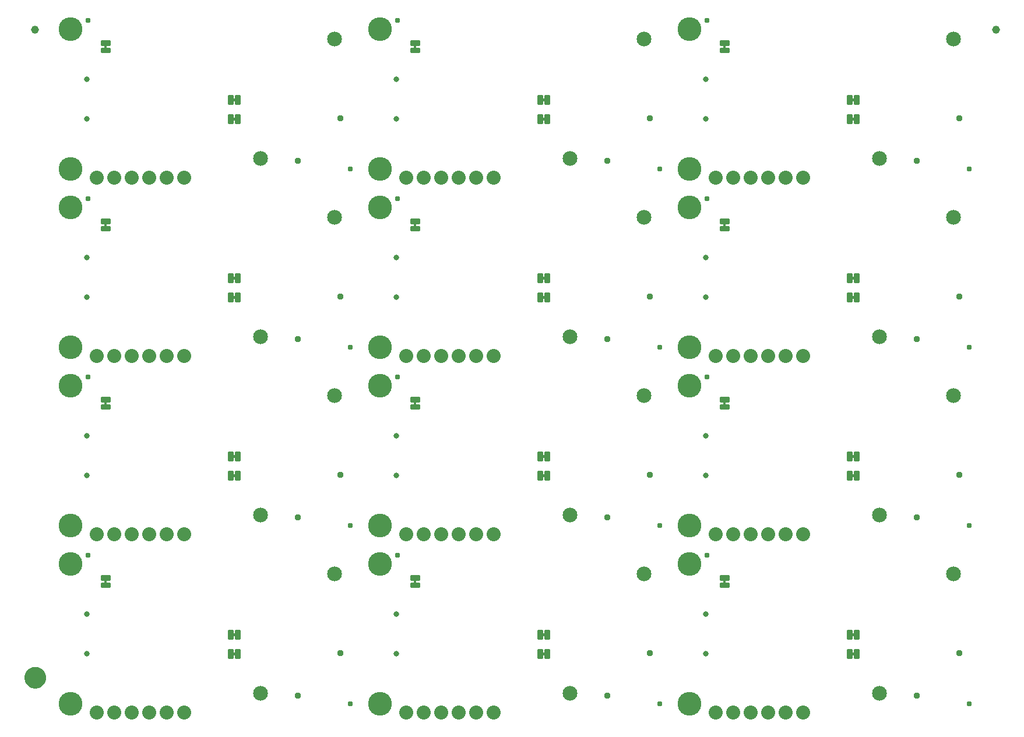
<source format=gbs>
G04 EAGLE Gerber RS-274X export*
G75*
%MOMM*%
%FSLAX34Y34*%
%LPD*%
%INSoldermask Bottom*%
%IPPOS*%
%AMOC8*
5,1,8,0,0,1.08239X$1,22.5*%
G01*
%ADD10C,0.802400*%
%ADD11C,2.152400*%
%ADD12C,0.952400*%
%ADD13C,3.454400*%
%ADD14C,2.032000*%
%ADD15C,0.251966*%
%ADD16C,0.787400*%
%ADD17C,1.152400*%
%ADD18C,1.270000*%
%ADD19C,1.652400*%

G36*
X77535Y977912D02*
X77535Y977912D01*
X77601Y977914D01*
X77644Y977932D01*
X77691Y977940D01*
X77748Y977974D01*
X77808Y977999D01*
X77843Y978030D01*
X77884Y978055D01*
X77926Y978106D01*
X77974Y978150D01*
X77996Y978192D01*
X78025Y978229D01*
X78046Y978291D01*
X78077Y978350D01*
X78085Y978404D01*
X78097Y978441D01*
X78096Y978481D01*
X78104Y978535D01*
X78104Y982345D01*
X78093Y982410D01*
X78091Y982476D01*
X78073Y982519D01*
X78065Y982566D01*
X78031Y982623D01*
X78006Y982683D01*
X77975Y982718D01*
X77950Y982759D01*
X77899Y982801D01*
X77855Y982849D01*
X77813Y982871D01*
X77776Y982900D01*
X77714Y982921D01*
X77655Y982952D01*
X77601Y982960D01*
X77564Y982972D01*
X77524Y982971D01*
X77470Y982979D01*
X74930Y982979D01*
X74865Y982968D01*
X74799Y982966D01*
X74756Y982948D01*
X74709Y982940D01*
X74652Y982906D01*
X74592Y982881D01*
X74557Y982850D01*
X74516Y982825D01*
X74475Y982774D01*
X74426Y982730D01*
X74404Y982688D01*
X74375Y982651D01*
X74354Y982589D01*
X74323Y982530D01*
X74315Y982476D01*
X74303Y982439D01*
X74303Y982435D01*
X74303Y982434D01*
X74304Y982399D01*
X74296Y982345D01*
X74296Y978535D01*
X74307Y978470D01*
X74309Y978404D01*
X74327Y978361D01*
X74335Y978314D01*
X74369Y978257D01*
X74394Y978197D01*
X74425Y978162D01*
X74450Y978121D01*
X74501Y978080D01*
X74545Y978031D01*
X74587Y978009D01*
X74624Y977980D01*
X74686Y977959D01*
X74745Y977928D01*
X74799Y977920D01*
X74836Y977908D01*
X74876Y977909D01*
X74930Y977901D01*
X77470Y977901D01*
X77535Y977912D01*
G37*
G36*
X976695Y977912D02*
X976695Y977912D01*
X976761Y977914D01*
X976804Y977932D01*
X976851Y977940D01*
X976908Y977974D01*
X976968Y977999D01*
X977003Y978030D01*
X977044Y978055D01*
X977086Y978106D01*
X977134Y978150D01*
X977156Y978192D01*
X977185Y978229D01*
X977206Y978291D01*
X977237Y978350D01*
X977245Y978404D01*
X977257Y978441D01*
X977256Y978481D01*
X977264Y978535D01*
X977264Y982345D01*
X977253Y982410D01*
X977251Y982476D01*
X977233Y982519D01*
X977225Y982566D01*
X977191Y982623D01*
X977166Y982683D01*
X977135Y982718D01*
X977110Y982759D01*
X977059Y982801D01*
X977015Y982849D01*
X976973Y982871D01*
X976936Y982900D01*
X976874Y982921D01*
X976815Y982952D01*
X976761Y982960D01*
X976724Y982972D01*
X976684Y982971D01*
X976630Y982979D01*
X974090Y982979D01*
X974025Y982968D01*
X973959Y982966D01*
X973916Y982948D01*
X973869Y982940D01*
X973812Y982906D01*
X973752Y982881D01*
X973717Y982850D01*
X973676Y982825D01*
X973635Y982774D01*
X973586Y982730D01*
X973564Y982688D01*
X973535Y982651D01*
X973514Y982589D01*
X973483Y982530D01*
X973475Y982476D01*
X973463Y982439D01*
X973463Y982435D01*
X973463Y982434D01*
X973464Y982399D01*
X973456Y982345D01*
X973456Y978535D01*
X973467Y978470D01*
X973469Y978404D01*
X973487Y978361D01*
X973495Y978314D01*
X973529Y978257D01*
X973554Y978197D01*
X973585Y978162D01*
X973610Y978121D01*
X973661Y978080D01*
X973705Y978031D01*
X973747Y978009D01*
X973784Y977980D01*
X973846Y977959D01*
X973905Y977928D01*
X973959Y977920D01*
X973996Y977908D01*
X974036Y977909D01*
X974090Y977901D01*
X976630Y977901D01*
X976695Y977912D01*
G37*
G36*
X527115Y977912D02*
X527115Y977912D01*
X527181Y977914D01*
X527224Y977932D01*
X527271Y977940D01*
X527328Y977974D01*
X527388Y977999D01*
X527423Y978030D01*
X527464Y978055D01*
X527506Y978106D01*
X527554Y978150D01*
X527576Y978192D01*
X527605Y978229D01*
X527626Y978291D01*
X527657Y978350D01*
X527665Y978404D01*
X527677Y978441D01*
X527676Y978481D01*
X527684Y978535D01*
X527684Y982345D01*
X527673Y982410D01*
X527671Y982476D01*
X527653Y982519D01*
X527645Y982566D01*
X527611Y982623D01*
X527586Y982683D01*
X527555Y982718D01*
X527530Y982759D01*
X527479Y982801D01*
X527435Y982849D01*
X527393Y982871D01*
X527356Y982900D01*
X527294Y982921D01*
X527235Y982952D01*
X527181Y982960D01*
X527144Y982972D01*
X527104Y982971D01*
X527050Y982979D01*
X524510Y982979D01*
X524445Y982968D01*
X524379Y982966D01*
X524336Y982948D01*
X524289Y982940D01*
X524232Y982906D01*
X524172Y982881D01*
X524137Y982850D01*
X524096Y982825D01*
X524055Y982774D01*
X524006Y982730D01*
X523984Y982688D01*
X523955Y982651D01*
X523934Y982589D01*
X523903Y982530D01*
X523895Y982476D01*
X523883Y982439D01*
X523883Y982435D01*
X523883Y982434D01*
X523884Y982399D01*
X523876Y982345D01*
X523876Y978535D01*
X523887Y978470D01*
X523889Y978404D01*
X523907Y978361D01*
X523915Y978314D01*
X523949Y978257D01*
X523974Y978197D01*
X524005Y978162D01*
X524030Y978121D01*
X524081Y978080D01*
X524125Y978031D01*
X524167Y978009D01*
X524204Y977980D01*
X524266Y977959D01*
X524325Y977928D01*
X524379Y977920D01*
X524416Y977908D01*
X524456Y977909D01*
X524510Y977901D01*
X527050Y977901D01*
X527115Y977912D01*
G37*
G36*
X976695Y459752D02*
X976695Y459752D01*
X976761Y459754D01*
X976804Y459772D01*
X976851Y459780D01*
X976908Y459814D01*
X976968Y459839D01*
X977003Y459870D01*
X977044Y459895D01*
X977086Y459946D01*
X977134Y459990D01*
X977156Y460032D01*
X977185Y460069D01*
X977206Y460131D01*
X977237Y460190D01*
X977245Y460244D01*
X977257Y460281D01*
X977256Y460321D01*
X977264Y460375D01*
X977264Y464185D01*
X977253Y464250D01*
X977251Y464316D01*
X977233Y464359D01*
X977225Y464406D01*
X977191Y464463D01*
X977166Y464523D01*
X977135Y464558D01*
X977110Y464599D01*
X977059Y464641D01*
X977015Y464689D01*
X976973Y464711D01*
X976936Y464740D01*
X976874Y464761D01*
X976815Y464792D01*
X976761Y464800D01*
X976724Y464812D01*
X976684Y464811D01*
X976630Y464819D01*
X974090Y464819D01*
X974025Y464808D01*
X973959Y464806D01*
X973916Y464788D01*
X973869Y464780D01*
X973812Y464746D01*
X973752Y464721D01*
X973717Y464690D01*
X973676Y464665D01*
X973635Y464614D01*
X973586Y464570D01*
X973564Y464528D01*
X973535Y464491D01*
X973514Y464429D01*
X973483Y464370D01*
X973475Y464316D01*
X973463Y464279D01*
X973463Y464275D01*
X973463Y464274D01*
X973464Y464239D01*
X973456Y464185D01*
X973456Y460375D01*
X973467Y460310D01*
X973469Y460244D01*
X973487Y460201D01*
X973495Y460154D01*
X973529Y460097D01*
X973554Y460037D01*
X973585Y460002D01*
X973610Y459961D01*
X973661Y459920D01*
X973705Y459871D01*
X973747Y459849D01*
X973784Y459820D01*
X973846Y459799D01*
X973905Y459768D01*
X973959Y459760D01*
X973996Y459748D01*
X974036Y459749D01*
X974090Y459741D01*
X976630Y459741D01*
X976695Y459752D01*
G37*
G36*
X527115Y459752D02*
X527115Y459752D01*
X527181Y459754D01*
X527224Y459772D01*
X527271Y459780D01*
X527328Y459814D01*
X527388Y459839D01*
X527423Y459870D01*
X527464Y459895D01*
X527506Y459946D01*
X527554Y459990D01*
X527576Y460032D01*
X527605Y460069D01*
X527626Y460131D01*
X527657Y460190D01*
X527665Y460244D01*
X527677Y460281D01*
X527676Y460321D01*
X527684Y460375D01*
X527684Y464185D01*
X527673Y464250D01*
X527671Y464316D01*
X527653Y464359D01*
X527645Y464406D01*
X527611Y464463D01*
X527586Y464523D01*
X527555Y464558D01*
X527530Y464599D01*
X527479Y464641D01*
X527435Y464689D01*
X527393Y464711D01*
X527356Y464740D01*
X527294Y464761D01*
X527235Y464792D01*
X527181Y464800D01*
X527144Y464812D01*
X527104Y464811D01*
X527050Y464819D01*
X524510Y464819D01*
X524445Y464808D01*
X524379Y464806D01*
X524336Y464788D01*
X524289Y464780D01*
X524232Y464746D01*
X524172Y464721D01*
X524137Y464690D01*
X524096Y464665D01*
X524055Y464614D01*
X524006Y464570D01*
X523984Y464528D01*
X523955Y464491D01*
X523934Y464429D01*
X523903Y464370D01*
X523895Y464316D01*
X523883Y464279D01*
X523883Y464275D01*
X523883Y464274D01*
X523884Y464239D01*
X523876Y464185D01*
X523876Y460375D01*
X523887Y460310D01*
X523889Y460244D01*
X523907Y460201D01*
X523915Y460154D01*
X523949Y460097D01*
X523974Y460037D01*
X524005Y460002D01*
X524030Y459961D01*
X524081Y459920D01*
X524125Y459871D01*
X524167Y459849D01*
X524204Y459820D01*
X524266Y459799D01*
X524325Y459768D01*
X524379Y459760D01*
X524416Y459748D01*
X524456Y459749D01*
X524510Y459741D01*
X527050Y459741D01*
X527115Y459752D01*
G37*
G36*
X77535Y459752D02*
X77535Y459752D01*
X77601Y459754D01*
X77644Y459772D01*
X77691Y459780D01*
X77748Y459814D01*
X77808Y459839D01*
X77843Y459870D01*
X77884Y459895D01*
X77926Y459946D01*
X77974Y459990D01*
X77996Y460032D01*
X78025Y460069D01*
X78046Y460131D01*
X78077Y460190D01*
X78085Y460244D01*
X78097Y460281D01*
X78096Y460321D01*
X78104Y460375D01*
X78104Y464185D01*
X78093Y464250D01*
X78091Y464316D01*
X78073Y464359D01*
X78065Y464406D01*
X78031Y464463D01*
X78006Y464523D01*
X77975Y464558D01*
X77950Y464599D01*
X77899Y464641D01*
X77855Y464689D01*
X77813Y464711D01*
X77776Y464740D01*
X77714Y464761D01*
X77655Y464792D01*
X77601Y464800D01*
X77564Y464812D01*
X77524Y464811D01*
X77470Y464819D01*
X74930Y464819D01*
X74865Y464808D01*
X74799Y464806D01*
X74756Y464788D01*
X74709Y464780D01*
X74652Y464746D01*
X74592Y464721D01*
X74557Y464690D01*
X74516Y464665D01*
X74475Y464614D01*
X74426Y464570D01*
X74404Y464528D01*
X74375Y464491D01*
X74354Y464429D01*
X74323Y464370D01*
X74315Y464316D01*
X74303Y464279D01*
X74303Y464275D01*
X74303Y464274D01*
X74304Y464239D01*
X74296Y464185D01*
X74296Y460375D01*
X74307Y460310D01*
X74309Y460244D01*
X74327Y460201D01*
X74335Y460154D01*
X74369Y460097D01*
X74394Y460037D01*
X74425Y460002D01*
X74450Y459961D01*
X74501Y459920D01*
X74545Y459871D01*
X74587Y459849D01*
X74624Y459820D01*
X74686Y459799D01*
X74745Y459768D01*
X74799Y459760D01*
X74836Y459748D01*
X74876Y459749D01*
X74930Y459741D01*
X77470Y459741D01*
X77535Y459752D01*
G37*
G36*
X527115Y200672D02*
X527115Y200672D01*
X527181Y200674D01*
X527224Y200692D01*
X527271Y200700D01*
X527328Y200734D01*
X527388Y200759D01*
X527423Y200790D01*
X527464Y200815D01*
X527506Y200866D01*
X527554Y200910D01*
X527576Y200952D01*
X527605Y200989D01*
X527626Y201051D01*
X527657Y201110D01*
X527665Y201164D01*
X527677Y201201D01*
X527676Y201241D01*
X527684Y201295D01*
X527684Y205105D01*
X527673Y205170D01*
X527671Y205236D01*
X527653Y205279D01*
X527645Y205326D01*
X527611Y205383D01*
X527586Y205443D01*
X527555Y205478D01*
X527530Y205519D01*
X527479Y205561D01*
X527435Y205609D01*
X527393Y205631D01*
X527356Y205660D01*
X527294Y205681D01*
X527235Y205712D01*
X527181Y205720D01*
X527144Y205732D01*
X527104Y205731D01*
X527050Y205739D01*
X524510Y205739D01*
X524445Y205728D01*
X524379Y205726D01*
X524336Y205708D01*
X524289Y205700D01*
X524232Y205666D01*
X524172Y205641D01*
X524137Y205610D01*
X524096Y205585D01*
X524055Y205534D01*
X524006Y205490D01*
X523984Y205448D01*
X523955Y205411D01*
X523934Y205349D01*
X523903Y205290D01*
X523895Y205236D01*
X523883Y205199D01*
X523883Y205195D01*
X523883Y205194D01*
X523884Y205159D01*
X523876Y205105D01*
X523876Y201295D01*
X523887Y201230D01*
X523889Y201164D01*
X523907Y201121D01*
X523915Y201074D01*
X523949Y201017D01*
X523974Y200957D01*
X524005Y200922D01*
X524030Y200881D01*
X524081Y200840D01*
X524125Y200791D01*
X524167Y200769D01*
X524204Y200740D01*
X524266Y200719D01*
X524325Y200688D01*
X524379Y200680D01*
X524416Y200668D01*
X524456Y200669D01*
X524510Y200661D01*
X527050Y200661D01*
X527115Y200672D01*
G37*
G36*
X976695Y200672D02*
X976695Y200672D01*
X976761Y200674D01*
X976804Y200692D01*
X976851Y200700D01*
X976908Y200734D01*
X976968Y200759D01*
X977003Y200790D01*
X977044Y200815D01*
X977086Y200866D01*
X977134Y200910D01*
X977156Y200952D01*
X977185Y200989D01*
X977206Y201051D01*
X977237Y201110D01*
X977245Y201164D01*
X977257Y201201D01*
X977256Y201241D01*
X977264Y201295D01*
X977264Y205105D01*
X977253Y205170D01*
X977251Y205236D01*
X977233Y205279D01*
X977225Y205326D01*
X977191Y205383D01*
X977166Y205443D01*
X977135Y205478D01*
X977110Y205519D01*
X977059Y205561D01*
X977015Y205609D01*
X976973Y205631D01*
X976936Y205660D01*
X976874Y205681D01*
X976815Y205712D01*
X976761Y205720D01*
X976724Y205732D01*
X976684Y205731D01*
X976630Y205739D01*
X974090Y205739D01*
X974025Y205728D01*
X973959Y205726D01*
X973916Y205708D01*
X973869Y205700D01*
X973812Y205666D01*
X973752Y205641D01*
X973717Y205610D01*
X973676Y205585D01*
X973635Y205534D01*
X973586Y205490D01*
X973564Y205448D01*
X973535Y205411D01*
X973514Y205349D01*
X973483Y205290D01*
X973475Y205236D01*
X973463Y205199D01*
X973463Y205195D01*
X973463Y205194D01*
X973464Y205159D01*
X973456Y205105D01*
X973456Y201295D01*
X973467Y201230D01*
X973469Y201164D01*
X973487Y201121D01*
X973495Y201074D01*
X973529Y201017D01*
X973554Y200957D01*
X973585Y200922D01*
X973610Y200881D01*
X973661Y200840D01*
X973705Y200791D01*
X973747Y200769D01*
X973784Y200740D01*
X973846Y200719D01*
X973905Y200688D01*
X973959Y200680D01*
X973996Y200668D01*
X974036Y200669D01*
X974090Y200661D01*
X976630Y200661D01*
X976695Y200672D01*
G37*
G36*
X77535Y200672D02*
X77535Y200672D01*
X77601Y200674D01*
X77644Y200692D01*
X77691Y200700D01*
X77748Y200734D01*
X77808Y200759D01*
X77843Y200790D01*
X77884Y200815D01*
X77926Y200866D01*
X77974Y200910D01*
X77996Y200952D01*
X78025Y200989D01*
X78046Y201051D01*
X78077Y201110D01*
X78085Y201164D01*
X78097Y201201D01*
X78096Y201241D01*
X78104Y201295D01*
X78104Y205105D01*
X78093Y205170D01*
X78091Y205236D01*
X78073Y205279D01*
X78065Y205326D01*
X78031Y205383D01*
X78006Y205443D01*
X77975Y205478D01*
X77950Y205519D01*
X77899Y205561D01*
X77855Y205609D01*
X77813Y205631D01*
X77776Y205660D01*
X77714Y205681D01*
X77655Y205712D01*
X77601Y205720D01*
X77564Y205732D01*
X77524Y205731D01*
X77470Y205739D01*
X74930Y205739D01*
X74865Y205728D01*
X74799Y205726D01*
X74756Y205708D01*
X74709Y205700D01*
X74652Y205666D01*
X74592Y205641D01*
X74557Y205610D01*
X74516Y205585D01*
X74475Y205534D01*
X74426Y205490D01*
X74404Y205448D01*
X74375Y205411D01*
X74354Y205349D01*
X74323Y205290D01*
X74315Y205236D01*
X74303Y205199D01*
X74303Y205195D01*
X74303Y205194D01*
X74304Y205159D01*
X74296Y205105D01*
X74296Y201295D01*
X74307Y201230D01*
X74309Y201164D01*
X74327Y201121D01*
X74335Y201074D01*
X74369Y201017D01*
X74394Y200957D01*
X74425Y200922D01*
X74450Y200881D01*
X74501Y200840D01*
X74545Y200791D01*
X74587Y200769D01*
X74624Y200740D01*
X74686Y200719D01*
X74745Y200688D01*
X74799Y200680D01*
X74836Y200668D01*
X74876Y200669D01*
X74930Y200661D01*
X77470Y200661D01*
X77535Y200672D01*
G37*
G36*
X527115Y718832D02*
X527115Y718832D01*
X527181Y718834D01*
X527224Y718852D01*
X527271Y718860D01*
X527328Y718894D01*
X527388Y718919D01*
X527423Y718950D01*
X527464Y718975D01*
X527506Y719026D01*
X527554Y719070D01*
X527576Y719112D01*
X527605Y719149D01*
X527626Y719211D01*
X527657Y719270D01*
X527665Y719324D01*
X527677Y719361D01*
X527676Y719401D01*
X527684Y719455D01*
X527684Y723265D01*
X527673Y723330D01*
X527671Y723396D01*
X527653Y723439D01*
X527645Y723486D01*
X527611Y723543D01*
X527586Y723603D01*
X527555Y723638D01*
X527530Y723679D01*
X527479Y723721D01*
X527435Y723769D01*
X527393Y723791D01*
X527356Y723820D01*
X527294Y723841D01*
X527235Y723872D01*
X527181Y723880D01*
X527144Y723892D01*
X527104Y723891D01*
X527050Y723899D01*
X524510Y723899D01*
X524445Y723888D01*
X524379Y723886D01*
X524336Y723868D01*
X524289Y723860D01*
X524232Y723826D01*
X524172Y723801D01*
X524137Y723770D01*
X524096Y723745D01*
X524055Y723694D01*
X524006Y723650D01*
X523984Y723608D01*
X523955Y723571D01*
X523934Y723509D01*
X523903Y723450D01*
X523895Y723396D01*
X523883Y723359D01*
X523883Y723355D01*
X523883Y723354D01*
X523884Y723319D01*
X523876Y723265D01*
X523876Y719455D01*
X523887Y719390D01*
X523889Y719324D01*
X523907Y719281D01*
X523915Y719234D01*
X523949Y719177D01*
X523974Y719117D01*
X524005Y719082D01*
X524030Y719041D01*
X524081Y719000D01*
X524125Y718951D01*
X524167Y718929D01*
X524204Y718900D01*
X524266Y718879D01*
X524325Y718848D01*
X524379Y718840D01*
X524416Y718828D01*
X524456Y718829D01*
X524510Y718821D01*
X527050Y718821D01*
X527115Y718832D01*
G37*
G36*
X976695Y718832D02*
X976695Y718832D01*
X976761Y718834D01*
X976804Y718852D01*
X976851Y718860D01*
X976908Y718894D01*
X976968Y718919D01*
X977003Y718950D01*
X977044Y718975D01*
X977086Y719026D01*
X977134Y719070D01*
X977156Y719112D01*
X977185Y719149D01*
X977206Y719211D01*
X977237Y719270D01*
X977245Y719324D01*
X977257Y719361D01*
X977256Y719401D01*
X977264Y719455D01*
X977264Y723265D01*
X977253Y723330D01*
X977251Y723396D01*
X977233Y723439D01*
X977225Y723486D01*
X977191Y723543D01*
X977166Y723603D01*
X977135Y723638D01*
X977110Y723679D01*
X977059Y723721D01*
X977015Y723769D01*
X976973Y723791D01*
X976936Y723820D01*
X976874Y723841D01*
X976815Y723872D01*
X976761Y723880D01*
X976724Y723892D01*
X976684Y723891D01*
X976630Y723899D01*
X974090Y723899D01*
X974025Y723888D01*
X973959Y723886D01*
X973916Y723868D01*
X973869Y723860D01*
X973812Y723826D01*
X973752Y723801D01*
X973717Y723770D01*
X973676Y723745D01*
X973635Y723694D01*
X973586Y723650D01*
X973564Y723608D01*
X973535Y723571D01*
X973514Y723509D01*
X973483Y723450D01*
X973475Y723396D01*
X973463Y723359D01*
X973463Y723355D01*
X973463Y723354D01*
X973464Y723319D01*
X973456Y723265D01*
X973456Y719455D01*
X973467Y719390D01*
X973469Y719324D01*
X973487Y719281D01*
X973495Y719234D01*
X973529Y719177D01*
X973554Y719117D01*
X973585Y719082D01*
X973610Y719041D01*
X973661Y719000D01*
X973705Y718951D01*
X973747Y718929D01*
X973784Y718900D01*
X973846Y718879D01*
X973905Y718848D01*
X973959Y718840D01*
X973996Y718828D01*
X974036Y718829D01*
X974090Y718821D01*
X976630Y718821D01*
X976695Y718832D01*
G37*
G36*
X77535Y718832D02*
X77535Y718832D01*
X77601Y718834D01*
X77644Y718852D01*
X77691Y718860D01*
X77748Y718894D01*
X77808Y718919D01*
X77843Y718950D01*
X77884Y718975D01*
X77926Y719026D01*
X77974Y719070D01*
X77996Y719112D01*
X78025Y719149D01*
X78046Y719211D01*
X78077Y719270D01*
X78085Y719324D01*
X78097Y719361D01*
X78096Y719401D01*
X78104Y719455D01*
X78104Y723265D01*
X78093Y723330D01*
X78091Y723396D01*
X78073Y723439D01*
X78065Y723486D01*
X78031Y723543D01*
X78006Y723603D01*
X77975Y723638D01*
X77950Y723679D01*
X77899Y723721D01*
X77855Y723769D01*
X77813Y723791D01*
X77776Y723820D01*
X77714Y723841D01*
X77655Y723872D01*
X77601Y723880D01*
X77564Y723892D01*
X77524Y723891D01*
X77470Y723899D01*
X74930Y723899D01*
X74865Y723888D01*
X74799Y723886D01*
X74756Y723868D01*
X74709Y723860D01*
X74652Y723826D01*
X74592Y723801D01*
X74557Y723770D01*
X74516Y723745D01*
X74475Y723694D01*
X74426Y723650D01*
X74404Y723608D01*
X74375Y723571D01*
X74354Y723509D01*
X74323Y723450D01*
X74315Y723396D01*
X74303Y723359D01*
X74303Y723355D01*
X74303Y723354D01*
X74304Y723319D01*
X74296Y723265D01*
X74296Y719455D01*
X74307Y719390D01*
X74309Y719324D01*
X74327Y719281D01*
X74335Y719234D01*
X74369Y719177D01*
X74394Y719117D01*
X74425Y719082D01*
X74450Y719041D01*
X74501Y719000D01*
X74545Y718951D01*
X74587Y718929D01*
X74624Y718900D01*
X74686Y718879D01*
X74745Y718848D01*
X74799Y718840D01*
X74836Y718828D01*
X74876Y718829D01*
X74930Y718821D01*
X77470Y718821D01*
X77535Y718832D01*
G37*
G36*
X264860Y901077D02*
X264860Y901077D01*
X264926Y901079D01*
X264969Y901097D01*
X265016Y901105D01*
X265073Y901139D01*
X265133Y901164D01*
X265168Y901195D01*
X265209Y901220D01*
X265251Y901271D01*
X265299Y901315D01*
X265321Y901357D01*
X265350Y901394D01*
X265371Y901456D01*
X265402Y901515D01*
X265410Y901569D01*
X265422Y901606D01*
X265421Y901646D01*
X265429Y901700D01*
X265429Y904240D01*
X265418Y904305D01*
X265416Y904371D01*
X265398Y904414D01*
X265390Y904461D01*
X265356Y904518D01*
X265331Y904578D01*
X265300Y904613D01*
X265275Y904654D01*
X265224Y904696D01*
X265180Y904744D01*
X265138Y904766D01*
X265101Y904795D01*
X265039Y904816D01*
X264980Y904847D01*
X264926Y904855D01*
X264889Y904867D01*
X264849Y904866D01*
X264795Y904874D01*
X260985Y904874D01*
X260920Y904863D01*
X260854Y904861D01*
X260811Y904843D01*
X260764Y904835D01*
X260707Y904801D01*
X260647Y904776D01*
X260612Y904745D01*
X260571Y904720D01*
X260530Y904669D01*
X260481Y904625D01*
X260459Y904583D01*
X260430Y904546D01*
X260409Y904484D01*
X260378Y904425D01*
X260370Y904371D01*
X260358Y904334D01*
X260358Y904331D01*
X260359Y904294D01*
X260351Y904240D01*
X260351Y901700D01*
X260362Y901635D01*
X260364Y901569D01*
X260382Y901526D01*
X260390Y901479D01*
X260424Y901422D01*
X260449Y901362D01*
X260480Y901327D01*
X260505Y901286D01*
X260556Y901245D01*
X260600Y901196D01*
X260642Y901174D01*
X260679Y901145D01*
X260741Y901124D01*
X260800Y901093D01*
X260854Y901085D01*
X260891Y901073D01*
X260931Y901074D01*
X260985Y901066D01*
X264795Y901066D01*
X264860Y901077D01*
G37*
G36*
X1164020Y901077D02*
X1164020Y901077D01*
X1164086Y901079D01*
X1164129Y901097D01*
X1164176Y901105D01*
X1164233Y901139D01*
X1164293Y901164D01*
X1164328Y901195D01*
X1164369Y901220D01*
X1164411Y901271D01*
X1164459Y901315D01*
X1164481Y901357D01*
X1164510Y901394D01*
X1164531Y901456D01*
X1164562Y901515D01*
X1164570Y901569D01*
X1164582Y901606D01*
X1164581Y901646D01*
X1164589Y901700D01*
X1164589Y904240D01*
X1164578Y904305D01*
X1164576Y904371D01*
X1164558Y904414D01*
X1164550Y904461D01*
X1164516Y904518D01*
X1164491Y904578D01*
X1164460Y904613D01*
X1164435Y904654D01*
X1164384Y904696D01*
X1164340Y904744D01*
X1164298Y904766D01*
X1164261Y904795D01*
X1164199Y904816D01*
X1164140Y904847D01*
X1164086Y904855D01*
X1164049Y904867D01*
X1164009Y904866D01*
X1163955Y904874D01*
X1160145Y904874D01*
X1160080Y904863D01*
X1160014Y904861D01*
X1159971Y904843D01*
X1159924Y904835D01*
X1159867Y904801D01*
X1159807Y904776D01*
X1159772Y904745D01*
X1159731Y904720D01*
X1159690Y904669D01*
X1159641Y904625D01*
X1159619Y904583D01*
X1159590Y904546D01*
X1159569Y904484D01*
X1159538Y904425D01*
X1159530Y904371D01*
X1159518Y904334D01*
X1159518Y904331D01*
X1159519Y904294D01*
X1159511Y904240D01*
X1159511Y901700D01*
X1159522Y901635D01*
X1159524Y901569D01*
X1159542Y901526D01*
X1159550Y901479D01*
X1159584Y901422D01*
X1159609Y901362D01*
X1159640Y901327D01*
X1159665Y901286D01*
X1159716Y901245D01*
X1159760Y901196D01*
X1159802Y901174D01*
X1159839Y901145D01*
X1159901Y901124D01*
X1159960Y901093D01*
X1160014Y901085D01*
X1160051Y901073D01*
X1160091Y901074D01*
X1160145Y901066D01*
X1163955Y901066D01*
X1164020Y901077D01*
G37*
G36*
X714440Y901077D02*
X714440Y901077D01*
X714506Y901079D01*
X714549Y901097D01*
X714596Y901105D01*
X714653Y901139D01*
X714713Y901164D01*
X714748Y901195D01*
X714789Y901220D01*
X714831Y901271D01*
X714879Y901315D01*
X714901Y901357D01*
X714930Y901394D01*
X714951Y901456D01*
X714982Y901515D01*
X714990Y901569D01*
X715002Y901606D01*
X715001Y901646D01*
X715009Y901700D01*
X715009Y904240D01*
X714998Y904305D01*
X714996Y904371D01*
X714978Y904414D01*
X714970Y904461D01*
X714936Y904518D01*
X714911Y904578D01*
X714880Y904613D01*
X714855Y904654D01*
X714804Y904696D01*
X714760Y904744D01*
X714718Y904766D01*
X714681Y904795D01*
X714619Y904816D01*
X714560Y904847D01*
X714506Y904855D01*
X714469Y904867D01*
X714429Y904866D01*
X714375Y904874D01*
X710565Y904874D01*
X710500Y904863D01*
X710434Y904861D01*
X710391Y904843D01*
X710344Y904835D01*
X710287Y904801D01*
X710227Y904776D01*
X710192Y904745D01*
X710151Y904720D01*
X710110Y904669D01*
X710061Y904625D01*
X710039Y904583D01*
X710010Y904546D01*
X709989Y904484D01*
X709958Y904425D01*
X709950Y904371D01*
X709938Y904334D01*
X709938Y904331D01*
X709939Y904294D01*
X709931Y904240D01*
X709931Y901700D01*
X709942Y901635D01*
X709944Y901569D01*
X709962Y901526D01*
X709970Y901479D01*
X710004Y901422D01*
X710029Y901362D01*
X710060Y901327D01*
X710085Y901286D01*
X710136Y901245D01*
X710180Y901196D01*
X710222Y901174D01*
X710259Y901145D01*
X710321Y901124D01*
X710380Y901093D01*
X710434Y901085D01*
X710471Y901073D01*
X710511Y901074D01*
X710565Y901066D01*
X714375Y901066D01*
X714440Y901077D01*
G37*
G36*
X1164020Y873137D02*
X1164020Y873137D01*
X1164086Y873139D01*
X1164129Y873157D01*
X1164176Y873165D01*
X1164233Y873199D01*
X1164293Y873224D01*
X1164328Y873255D01*
X1164369Y873280D01*
X1164411Y873331D01*
X1164459Y873375D01*
X1164481Y873417D01*
X1164510Y873454D01*
X1164531Y873516D01*
X1164562Y873575D01*
X1164570Y873629D01*
X1164582Y873666D01*
X1164581Y873706D01*
X1164589Y873760D01*
X1164589Y876300D01*
X1164578Y876365D01*
X1164576Y876431D01*
X1164558Y876474D01*
X1164550Y876521D01*
X1164516Y876578D01*
X1164491Y876638D01*
X1164460Y876673D01*
X1164435Y876714D01*
X1164384Y876756D01*
X1164340Y876804D01*
X1164298Y876826D01*
X1164261Y876855D01*
X1164199Y876876D01*
X1164140Y876907D01*
X1164086Y876915D01*
X1164049Y876927D01*
X1164009Y876926D01*
X1163955Y876934D01*
X1160145Y876934D01*
X1160080Y876923D01*
X1160014Y876921D01*
X1159971Y876903D01*
X1159924Y876895D01*
X1159867Y876861D01*
X1159807Y876836D01*
X1159772Y876805D01*
X1159731Y876780D01*
X1159690Y876729D01*
X1159641Y876685D01*
X1159619Y876643D01*
X1159590Y876606D01*
X1159569Y876544D01*
X1159538Y876485D01*
X1159530Y876431D01*
X1159518Y876394D01*
X1159518Y876391D01*
X1159519Y876354D01*
X1159511Y876300D01*
X1159511Y873760D01*
X1159522Y873695D01*
X1159524Y873629D01*
X1159542Y873586D01*
X1159550Y873539D01*
X1159584Y873482D01*
X1159609Y873422D01*
X1159640Y873387D01*
X1159665Y873346D01*
X1159716Y873305D01*
X1159760Y873256D01*
X1159802Y873234D01*
X1159839Y873205D01*
X1159901Y873184D01*
X1159960Y873153D01*
X1160014Y873145D01*
X1160051Y873133D01*
X1160091Y873134D01*
X1160145Y873126D01*
X1163955Y873126D01*
X1164020Y873137D01*
G37*
G36*
X264860Y873137D02*
X264860Y873137D01*
X264926Y873139D01*
X264969Y873157D01*
X265016Y873165D01*
X265073Y873199D01*
X265133Y873224D01*
X265168Y873255D01*
X265209Y873280D01*
X265251Y873331D01*
X265299Y873375D01*
X265321Y873417D01*
X265350Y873454D01*
X265371Y873516D01*
X265402Y873575D01*
X265410Y873629D01*
X265422Y873666D01*
X265421Y873706D01*
X265429Y873760D01*
X265429Y876300D01*
X265418Y876365D01*
X265416Y876431D01*
X265398Y876474D01*
X265390Y876521D01*
X265356Y876578D01*
X265331Y876638D01*
X265300Y876673D01*
X265275Y876714D01*
X265224Y876756D01*
X265180Y876804D01*
X265138Y876826D01*
X265101Y876855D01*
X265039Y876876D01*
X264980Y876907D01*
X264926Y876915D01*
X264889Y876927D01*
X264849Y876926D01*
X264795Y876934D01*
X260985Y876934D01*
X260920Y876923D01*
X260854Y876921D01*
X260811Y876903D01*
X260764Y876895D01*
X260707Y876861D01*
X260647Y876836D01*
X260612Y876805D01*
X260571Y876780D01*
X260530Y876729D01*
X260481Y876685D01*
X260459Y876643D01*
X260430Y876606D01*
X260409Y876544D01*
X260378Y876485D01*
X260370Y876431D01*
X260358Y876394D01*
X260358Y876391D01*
X260359Y876354D01*
X260351Y876300D01*
X260351Y873760D01*
X260362Y873695D01*
X260364Y873629D01*
X260382Y873586D01*
X260390Y873539D01*
X260424Y873482D01*
X260449Y873422D01*
X260480Y873387D01*
X260505Y873346D01*
X260556Y873305D01*
X260600Y873256D01*
X260642Y873234D01*
X260679Y873205D01*
X260741Y873184D01*
X260800Y873153D01*
X260854Y873145D01*
X260891Y873133D01*
X260931Y873134D01*
X260985Y873126D01*
X264795Y873126D01*
X264860Y873137D01*
G37*
G36*
X714440Y873137D02*
X714440Y873137D01*
X714506Y873139D01*
X714549Y873157D01*
X714596Y873165D01*
X714653Y873199D01*
X714713Y873224D01*
X714748Y873255D01*
X714789Y873280D01*
X714831Y873331D01*
X714879Y873375D01*
X714901Y873417D01*
X714930Y873454D01*
X714951Y873516D01*
X714982Y873575D01*
X714990Y873629D01*
X715002Y873666D01*
X715001Y873706D01*
X715009Y873760D01*
X715009Y876300D01*
X714998Y876365D01*
X714996Y876431D01*
X714978Y876474D01*
X714970Y876521D01*
X714936Y876578D01*
X714911Y876638D01*
X714880Y876673D01*
X714855Y876714D01*
X714804Y876756D01*
X714760Y876804D01*
X714718Y876826D01*
X714681Y876855D01*
X714619Y876876D01*
X714560Y876907D01*
X714506Y876915D01*
X714469Y876927D01*
X714429Y876926D01*
X714375Y876934D01*
X710565Y876934D01*
X710500Y876923D01*
X710434Y876921D01*
X710391Y876903D01*
X710344Y876895D01*
X710287Y876861D01*
X710227Y876836D01*
X710192Y876805D01*
X710151Y876780D01*
X710110Y876729D01*
X710061Y876685D01*
X710039Y876643D01*
X710010Y876606D01*
X709989Y876544D01*
X709958Y876485D01*
X709950Y876431D01*
X709938Y876394D01*
X709938Y876391D01*
X709939Y876354D01*
X709931Y876300D01*
X709931Y873760D01*
X709942Y873695D01*
X709944Y873629D01*
X709962Y873586D01*
X709970Y873539D01*
X710004Y873482D01*
X710029Y873422D01*
X710060Y873387D01*
X710085Y873346D01*
X710136Y873305D01*
X710180Y873256D01*
X710222Y873234D01*
X710259Y873205D01*
X710321Y873184D01*
X710380Y873153D01*
X710434Y873145D01*
X710471Y873133D01*
X710511Y873134D01*
X710565Y873126D01*
X714375Y873126D01*
X714440Y873137D01*
G37*
G36*
X1164020Y641997D02*
X1164020Y641997D01*
X1164086Y641999D01*
X1164129Y642017D01*
X1164176Y642025D01*
X1164233Y642059D01*
X1164293Y642084D01*
X1164328Y642115D01*
X1164369Y642140D01*
X1164411Y642191D01*
X1164459Y642235D01*
X1164481Y642277D01*
X1164510Y642314D01*
X1164531Y642376D01*
X1164562Y642435D01*
X1164570Y642489D01*
X1164582Y642526D01*
X1164581Y642566D01*
X1164589Y642620D01*
X1164589Y645160D01*
X1164578Y645225D01*
X1164576Y645291D01*
X1164558Y645334D01*
X1164550Y645381D01*
X1164516Y645438D01*
X1164491Y645498D01*
X1164460Y645533D01*
X1164435Y645574D01*
X1164384Y645616D01*
X1164340Y645664D01*
X1164298Y645686D01*
X1164261Y645715D01*
X1164199Y645736D01*
X1164140Y645767D01*
X1164086Y645775D01*
X1164049Y645787D01*
X1164009Y645786D01*
X1163955Y645794D01*
X1160145Y645794D01*
X1160080Y645783D01*
X1160014Y645781D01*
X1159971Y645763D01*
X1159924Y645755D01*
X1159867Y645721D01*
X1159807Y645696D01*
X1159772Y645665D01*
X1159731Y645640D01*
X1159690Y645589D01*
X1159641Y645545D01*
X1159619Y645503D01*
X1159590Y645466D01*
X1159569Y645404D01*
X1159538Y645345D01*
X1159530Y645291D01*
X1159518Y645254D01*
X1159518Y645251D01*
X1159519Y645214D01*
X1159511Y645160D01*
X1159511Y642620D01*
X1159522Y642555D01*
X1159524Y642489D01*
X1159542Y642446D01*
X1159550Y642399D01*
X1159584Y642342D01*
X1159609Y642282D01*
X1159640Y642247D01*
X1159665Y642206D01*
X1159716Y642165D01*
X1159760Y642116D01*
X1159802Y642094D01*
X1159839Y642065D01*
X1159901Y642044D01*
X1159960Y642013D01*
X1160014Y642005D01*
X1160051Y641993D01*
X1160091Y641994D01*
X1160145Y641986D01*
X1163955Y641986D01*
X1164020Y641997D01*
G37*
G36*
X264860Y641997D02*
X264860Y641997D01*
X264926Y641999D01*
X264969Y642017D01*
X265016Y642025D01*
X265073Y642059D01*
X265133Y642084D01*
X265168Y642115D01*
X265209Y642140D01*
X265251Y642191D01*
X265299Y642235D01*
X265321Y642277D01*
X265350Y642314D01*
X265371Y642376D01*
X265402Y642435D01*
X265410Y642489D01*
X265422Y642526D01*
X265421Y642566D01*
X265429Y642620D01*
X265429Y645160D01*
X265418Y645225D01*
X265416Y645291D01*
X265398Y645334D01*
X265390Y645381D01*
X265356Y645438D01*
X265331Y645498D01*
X265300Y645533D01*
X265275Y645574D01*
X265224Y645616D01*
X265180Y645664D01*
X265138Y645686D01*
X265101Y645715D01*
X265039Y645736D01*
X264980Y645767D01*
X264926Y645775D01*
X264889Y645787D01*
X264849Y645786D01*
X264795Y645794D01*
X260985Y645794D01*
X260920Y645783D01*
X260854Y645781D01*
X260811Y645763D01*
X260764Y645755D01*
X260707Y645721D01*
X260647Y645696D01*
X260612Y645665D01*
X260571Y645640D01*
X260530Y645589D01*
X260481Y645545D01*
X260459Y645503D01*
X260430Y645466D01*
X260409Y645404D01*
X260378Y645345D01*
X260370Y645291D01*
X260358Y645254D01*
X260358Y645251D01*
X260359Y645214D01*
X260351Y645160D01*
X260351Y642620D01*
X260362Y642555D01*
X260364Y642489D01*
X260382Y642446D01*
X260390Y642399D01*
X260424Y642342D01*
X260449Y642282D01*
X260480Y642247D01*
X260505Y642206D01*
X260556Y642165D01*
X260600Y642116D01*
X260642Y642094D01*
X260679Y642065D01*
X260741Y642044D01*
X260800Y642013D01*
X260854Y642005D01*
X260891Y641993D01*
X260931Y641994D01*
X260985Y641986D01*
X264795Y641986D01*
X264860Y641997D01*
G37*
G36*
X714440Y641997D02*
X714440Y641997D01*
X714506Y641999D01*
X714549Y642017D01*
X714596Y642025D01*
X714653Y642059D01*
X714713Y642084D01*
X714748Y642115D01*
X714789Y642140D01*
X714831Y642191D01*
X714879Y642235D01*
X714901Y642277D01*
X714930Y642314D01*
X714951Y642376D01*
X714982Y642435D01*
X714990Y642489D01*
X715002Y642526D01*
X715001Y642566D01*
X715009Y642620D01*
X715009Y645160D01*
X714998Y645225D01*
X714996Y645291D01*
X714978Y645334D01*
X714970Y645381D01*
X714936Y645438D01*
X714911Y645498D01*
X714880Y645533D01*
X714855Y645574D01*
X714804Y645616D01*
X714760Y645664D01*
X714718Y645686D01*
X714681Y645715D01*
X714619Y645736D01*
X714560Y645767D01*
X714506Y645775D01*
X714469Y645787D01*
X714429Y645786D01*
X714375Y645794D01*
X710565Y645794D01*
X710500Y645783D01*
X710434Y645781D01*
X710391Y645763D01*
X710344Y645755D01*
X710287Y645721D01*
X710227Y645696D01*
X710192Y645665D01*
X710151Y645640D01*
X710110Y645589D01*
X710061Y645545D01*
X710039Y645503D01*
X710010Y645466D01*
X709989Y645404D01*
X709958Y645345D01*
X709950Y645291D01*
X709938Y645254D01*
X709938Y645251D01*
X709939Y645214D01*
X709931Y645160D01*
X709931Y642620D01*
X709942Y642555D01*
X709944Y642489D01*
X709962Y642446D01*
X709970Y642399D01*
X710004Y642342D01*
X710029Y642282D01*
X710060Y642247D01*
X710085Y642206D01*
X710136Y642165D01*
X710180Y642116D01*
X710222Y642094D01*
X710259Y642065D01*
X710321Y642044D01*
X710380Y642013D01*
X710434Y642005D01*
X710471Y641993D01*
X710511Y641994D01*
X710565Y641986D01*
X714375Y641986D01*
X714440Y641997D01*
G37*
G36*
X264860Y614057D02*
X264860Y614057D01*
X264926Y614059D01*
X264969Y614077D01*
X265016Y614085D01*
X265073Y614119D01*
X265133Y614144D01*
X265168Y614175D01*
X265209Y614200D01*
X265251Y614251D01*
X265299Y614295D01*
X265321Y614337D01*
X265350Y614374D01*
X265371Y614436D01*
X265402Y614495D01*
X265410Y614549D01*
X265422Y614586D01*
X265421Y614626D01*
X265429Y614680D01*
X265429Y617220D01*
X265418Y617285D01*
X265416Y617351D01*
X265398Y617394D01*
X265390Y617441D01*
X265356Y617498D01*
X265331Y617558D01*
X265300Y617593D01*
X265275Y617634D01*
X265224Y617676D01*
X265180Y617724D01*
X265138Y617746D01*
X265101Y617775D01*
X265039Y617796D01*
X264980Y617827D01*
X264926Y617835D01*
X264889Y617847D01*
X264849Y617846D01*
X264795Y617854D01*
X260985Y617854D01*
X260920Y617843D01*
X260854Y617841D01*
X260811Y617823D01*
X260764Y617815D01*
X260707Y617781D01*
X260647Y617756D01*
X260612Y617725D01*
X260571Y617700D01*
X260530Y617649D01*
X260481Y617605D01*
X260459Y617563D01*
X260430Y617526D01*
X260409Y617464D01*
X260378Y617405D01*
X260370Y617351D01*
X260358Y617314D01*
X260358Y617311D01*
X260359Y617274D01*
X260351Y617220D01*
X260351Y614680D01*
X260362Y614615D01*
X260364Y614549D01*
X260382Y614506D01*
X260390Y614459D01*
X260424Y614402D01*
X260449Y614342D01*
X260480Y614307D01*
X260505Y614266D01*
X260556Y614225D01*
X260600Y614176D01*
X260642Y614154D01*
X260679Y614125D01*
X260741Y614104D01*
X260800Y614073D01*
X260854Y614065D01*
X260891Y614053D01*
X260931Y614054D01*
X260985Y614046D01*
X264795Y614046D01*
X264860Y614057D01*
G37*
G36*
X1164020Y614057D02*
X1164020Y614057D01*
X1164086Y614059D01*
X1164129Y614077D01*
X1164176Y614085D01*
X1164233Y614119D01*
X1164293Y614144D01*
X1164328Y614175D01*
X1164369Y614200D01*
X1164411Y614251D01*
X1164459Y614295D01*
X1164481Y614337D01*
X1164510Y614374D01*
X1164531Y614436D01*
X1164562Y614495D01*
X1164570Y614549D01*
X1164582Y614586D01*
X1164581Y614626D01*
X1164589Y614680D01*
X1164589Y617220D01*
X1164578Y617285D01*
X1164576Y617351D01*
X1164558Y617394D01*
X1164550Y617441D01*
X1164516Y617498D01*
X1164491Y617558D01*
X1164460Y617593D01*
X1164435Y617634D01*
X1164384Y617676D01*
X1164340Y617724D01*
X1164298Y617746D01*
X1164261Y617775D01*
X1164199Y617796D01*
X1164140Y617827D01*
X1164086Y617835D01*
X1164049Y617847D01*
X1164009Y617846D01*
X1163955Y617854D01*
X1160145Y617854D01*
X1160080Y617843D01*
X1160014Y617841D01*
X1159971Y617823D01*
X1159924Y617815D01*
X1159867Y617781D01*
X1159807Y617756D01*
X1159772Y617725D01*
X1159731Y617700D01*
X1159690Y617649D01*
X1159641Y617605D01*
X1159619Y617563D01*
X1159590Y617526D01*
X1159569Y617464D01*
X1159538Y617405D01*
X1159530Y617351D01*
X1159518Y617314D01*
X1159518Y617311D01*
X1159519Y617274D01*
X1159511Y617220D01*
X1159511Y614680D01*
X1159522Y614615D01*
X1159524Y614549D01*
X1159542Y614506D01*
X1159550Y614459D01*
X1159584Y614402D01*
X1159609Y614342D01*
X1159640Y614307D01*
X1159665Y614266D01*
X1159716Y614225D01*
X1159760Y614176D01*
X1159802Y614154D01*
X1159839Y614125D01*
X1159901Y614104D01*
X1159960Y614073D01*
X1160014Y614065D01*
X1160051Y614053D01*
X1160091Y614054D01*
X1160145Y614046D01*
X1163955Y614046D01*
X1164020Y614057D01*
G37*
G36*
X714440Y614057D02*
X714440Y614057D01*
X714506Y614059D01*
X714549Y614077D01*
X714596Y614085D01*
X714653Y614119D01*
X714713Y614144D01*
X714748Y614175D01*
X714789Y614200D01*
X714831Y614251D01*
X714879Y614295D01*
X714901Y614337D01*
X714930Y614374D01*
X714951Y614436D01*
X714982Y614495D01*
X714990Y614549D01*
X715002Y614586D01*
X715001Y614626D01*
X715009Y614680D01*
X715009Y617220D01*
X714998Y617285D01*
X714996Y617351D01*
X714978Y617394D01*
X714970Y617441D01*
X714936Y617498D01*
X714911Y617558D01*
X714880Y617593D01*
X714855Y617634D01*
X714804Y617676D01*
X714760Y617724D01*
X714718Y617746D01*
X714681Y617775D01*
X714619Y617796D01*
X714560Y617827D01*
X714506Y617835D01*
X714469Y617847D01*
X714429Y617846D01*
X714375Y617854D01*
X710565Y617854D01*
X710500Y617843D01*
X710434Y617841D01*
X710391Y617823D01*
X710344Y617815D01*
X710287Y617781D01*
X710227Y617756D01*
X710192Y617725D01*
X710151Y617700D01*
X710110Y617649D01*
X710061Y617605D01*
X710039Y617563D01*
X710010Y617526D01*
X709989Y617464D01*
X709958Y617405D01*
X709950Y617351D01*
X709938Y617314D01*
X709938Y617311D01*
X709939Y617274D01*
X709931Y617220D01*
X709931Y614680D01*
X709942Y614615D01*
X709944Y614549D01*
X709962Y614506D01*
X709970Y614459D01*
X710004Y614402D01*
X710029Y614342D01*
X710060Y614307D01*
X710085Y614266D01*
X710136Y614225D01*
X710180Y614176D01*
X710222Y614154D01*
X710259Y614125D01*
X710321Y614104D01*
X710380Y614073D01*
X710434Y614065D01*
X710471Y614053D01*
X710511Y614054D01*
X710565Y614046D01*
X714375Y614046D01*
X714440Y614057D01*
G37*
G36*
X264860Y354977D02*
X264860Y354977D01*
X264926Y354979D01*
X264969Y354997D01*
X265016Y355005D01*
X265073Y355039D01*
X265133Y355064D01*
X265168Y355095D01*
X265209Y355120D01*
X265251Y355171D01*
X265299Y355215D01*
X265321Y355257D01*
X265350Y355294D01*
X265371Y355356D01*
X265402Y355415D01*
X265410Y355469D01*
X265422Y355506D01*
X265421Y355546D01*
X265429Y355600D01*
X265429Y358140D01*
X265418Y358205D01*
X265416Y358271D01*
X265398Y358314D01*
X265390Y358361D01*
X265356Y358418D01*
X265331Y358478D01*
X265300Y358513D01*
X265275Y358554D01*
X265224Y358596D01*
X265180Y358644D01*
X265138Y358666D01*
X265101Y358695D01*
X265039Y358716D01*
X264980Y358747D01*
X264926Y358755D01*
X264889Y358767D01*
X264849Y358766D01*
X264795Y358774D01*
X260985Y358774D01*
X260920Y358763D01*
X260854Y358761D01*
X260811Y358743D01*
X260764Y358735D01*
X260707Y358701D01*
X260647Y358676D01*
X260612Y358645D01*
X260571Y358620D01*
X260530Y358569D01*
X260481Y358525D01*
X260459Y358483D01*
X260430Y358446D01*
X260409Y358384D01*
X260378Y358325D01*
X260370Y358271D01*
X260358Y358234D01*
X260358Y358231D01*
X260359Y358194D01*
X260351Y358140D01*
X260351Y355600D01*
X260362Y355535D01*
X260364Y355469D01*
X260382Y355426D01*
X260390Y355379D01*
X260424Y355322D01*
X260449Y355262D01*
X260480Y355227D01*
X260505Y355186D01*
X260556Y355145D01*
X260600Y355096D01*
X260642Y355074D01*
X260679Y355045D01*
X260741Y355024D01*
X260800Y354993D01*
X260854Y354985D01*
X260891Y354973D01*
X260931Y354974D01*
X260985Y354966D01*
X264795Y354966D01*
X264860Y354977D01*
G37*
G36*
X1164020Y354977D02*
X1164020Y354977D01*
X1164086Y354979D01*
X1164129Y354997D01*
X1164176Y355005D01*
X1164233Y355039D01*
X1164293Y355064D01*
X1164328Y355095D01*
X1164369Y355120D01*
X1164411Y355171D01*
X1164459Y355215D01*
X1164481Y355257D01*
X1164510Y355294D01*
X1164531Y355356D01*
X1164562Y355415D01*
X1164570Y355469D01*
X1164582Y355506D01*
X1164581Y355546D01*
X1164589Y355600D01*
X1164589Y358140D01*
X1164578Y358205D01*
X1164576Y358271D01*
X1164558Y358314D01*
X1164550Y358361D01*
X1164516Y358418D01*
X1164491Y358478D01*
X1164460Y358513D01*
X1164435Y358554D01*
X1164384Y358596D01*
X1164340Y358644D01*
X1164298Y358666D01*
X1164261Y358695D01*
X1164199Y358716D01*
X1164140Y358747D01*
X1164086Y358755D01*
X1164049Y358767D01*
X1164009Y358766D01*
X1163955Y358774D01*
X1160145Y358774D01*
X1160080Y358763D01*
X1160014Y358761D01*
X1159971Y358743D01*
X1159924Y358735D01*
X1159867Y358701D01*
X1159807Y358676D01*
X1159772Y358645D01*
X1159731Y358620D01*
X1159690Y358569D01*
X1159641Y358525D01*
X1159619Y358483D01*
X1159590Y358446D01*
X1159569Y358384D01*
X1159538Y358325D01*
X1159530Y358271D01*
X1159518Y358234D01*
X1159518Y358231D01*
X1159519Y358194D01*
X1159511Y358140D01*
X1159511Y355600D01*
X1159522Y355535D01*
X1159524Y355469D01*
X1159542Y355426D01*
X1159550Y355379D01*
X1159584Y355322D01*
X1159609Y355262D01*
X1159640Y355227D01*
X1159665Y355186D01*
X1159716Y355145D01*
X1159760Y355096D01*
X1159802Y355074D01*
X1159839Y355045D01*
X1159901Y355024D01*
X1159960Y354993D01*
X1160014Y354985D01*
X1160051Y354973D01*
X1160091Y354974D01*
X1160145Y354966D01*
X1163955Y354966D01*
X1164020Y354977D01*
G37*
G36*
X714440Y354977D02*
X714440Y354977D01*
X714506Y354979D01*
X714549Y354997D01*
X714596Y355005D01*
X714653Y355039D01*
X714713Y355064D01*
X714748Y355095D01*
X714789Y355120D01*
X714831Y355171D01*
X714879Y355215D01*
X714901Y355257D01*
X714930Y355294D01*
X714951Y355356D01*
X714982Y355415D01*
X714990Y355469D01*
X715002Y355506D01*
X715001Y355546D01*
X715009Y355600D01*
X715009Y358140D01*
X714998Y358205D01*
X714996Y358271D01*
X714978Y358314D01*
X714970Y358361D01*
X714936Y358418D01*
X714911Y358478D01*
X714880Y358513D01*
X714855Y358554D01*
X714804Y358596D01*
X714760Y358644D01*
X714718Y358666D01*
X714681Y358695D01*
X714619Y358716D01*
X714560Y358747D01*
X714506Y358755D01*
X714469Y358767D01*
X714429Y358766D01*
X714375Y358774D01*
X710565Y358774D01*
X710500Y358763D01*
X710434Y358761D01*
X710391Y358743D01*
X710344Y358735D01*
X710287Y358701D01*
X710227Y358676D01*
X710192Y358645D01*
X710151Y358620D01*
X710110Y358569D01*
X710061Y358525D01*
X710039Y358483D01*
X710010Y358446D01*
X709989Y358384D01*
X709958Y358325D01*
X709950Y358271D01*
X709938Y358234D01*
X709938Y358231D01*
X709939Y358194D01*
X709931Y358140D01*
X709931Y355600D01*
X709942Y355535D01*
X709944Y355469D01*
X709962Y355426D01*
X709970Y355379D01*
X710004Y355322D01*
X710029Y355262D01*
X710060Y355227D01*
X710085Y355186D01*
X710136Y355145D01*
X710180Y355096D01*
X710222Y355074D01*
X710259Y355045D01*
X710321Y355024D01*
X710380Y354993D01*
X710434Y354985D01*
X710471Y354973D01*
X710511Y354974D01*
X710565Y354966D01*
X714375Y354966D01*
X714440Y354977D01*
G37*
G36*
X264860Y382917D02*
X264860Y382917D01*
X264926Y382919D01*
X264969Y382937D01*
X265016Y382945D01*
X265073Y382979D01*
X265133Y383004D01*
X265168Y383035D01*
X265209Y383060D01*
X265251Y383111D01*
X265299Y383155D01*
X265321Y383197D01*
X265350Y383234D01*
X265371Y383296D01*
X265402Y383355D01*
X265410Y383409D01*
X265422Y383446D01*
X265421Y383486D01*
X265429Y383540D01*
X265429Y386080D01*
X265418Y386145D01*
X265416Y386211D01*
X265398Y386254D01*
X265390Y386301D01*
X265356Y386358D01*
X265331Y386418D01*
X265300Y386453D01*
X265275Y386494D01*
X265224Y386536D01*
X265180Y386584D01*
X265138Y386606D01*
X265101Y386635D01*
X265039Y386656D01*
X264980Y386687D01*
X264926Y386695D01*
X264889Y386707D01*
X264849Y386706D01*
X264795Y386714D01*
X260985Y386714D01*
X260920Y386703D01*
X260854Y386701D01*
X260811Y386683D01*
X260764Y386675D01*
X260707Y386641D01*
X260647Y386616D01*
X260612Y386585D01*
X260571Y386560D01*
X260530Y386509D01*
X260481Y386465D01*
X260459Y386423D01*
X260430Y386386D01*
X260409Y386324D01*
X260378Y386265D01*
X260370Y386211D01*
X260358Y386174D01*
X260358Y386171D01*
X260359Y386134D01*
X260351Y386080D01*
X260351Y383540D01*
X260362Y383475D01*
X260364Y383409D01*
X260382Y383366D01*
X260390Y383319D01*
X260424Y383262D01*
X260449Y383202D01*
X260480Y383167D01*
X260505Y383126D01*
X260556Y383085D01*
X260600Y383036D01*
X260642Y383014D01*
X260679Y382985D01*
X260741Y382964D01*
X260800Y382933D01*
X260854Y382925D01*
X260891Y382913D01*
X260931Y382914D01*
X260985Y382906D01*
X264795Y382906D01*
X264860Y382917D01*
G37*
G36*
X714440Y382917D02*
X714440Y382917D01*
X714506Y382919D01*
X714549Y382937D01*
X714596Y382945D01*
X714653Y382979D01*
X714713Y383004D01*
X714748Y383035D01*
X714789Y383060D01*
X714831Y383111D01*
X714879Y383155D01*
X714901Y383197D01*
X714930Y383234D01*
X714951Y383296D01*
X714982Y383355D01*
X714990Y383409D01*
X715002Y383446D01*
X715001Y383486D01*
X715009Y383540D01*
X715009Y386080D01*
X714998Y386145D01*
X714996Y386211D01*
X714978Y386254D01*
X714970Y386301D01*
X714936Y386358D01*
X714911Y386418D01*
X714880Y386453D01*
X714855Y386494D01*
X714804Y386536D01*
X714760Y386584D01*
X714718Y386606D01*
X714681Y386635D01*
X714619Y386656D01*
X714560Y386687D01*
X714506Y386695D01*
X714469Y386707D01*
X714429Y386706D01*
X714375Y386714D01*
X710565Y386714D01*
X710500Y386703D01*
X710434Y386701D01*
X710391Y386683D01*
X710344Y386675D01*
X710287Y386641D01*
X710227Y386616D01*
X710192Y386585D01*
X710151Y386560D01*
X710110Y386509D01*
X710061Y386465D01*
X710039Y386423D01*
X710010Y386386D01*
X709989Y386324D01*
X709958Y386265D01*
X709950Y386211D01*
X709938Y386174D01*
X709938Y386171D01*
X709939Y386134D01*
X709931Y386080D01*
X709931Y383540D01*
X709942Y383475D01*
X709944Y383409D01*
X709962Y383366D01*
X709970Y383319D01*
X710004Y383262D01*
X710029Y383202D01*
X710060Y383167D01*
X710085Y383126D01*
X710136Y383085D01*
X710180Y383036D01*
X710222Y383014D01*
X710259Y382985D01*
X710321Y382964D01*
X710380Y382933D01*
X710434Y382925D01*
X710471Y382913D01*
X710511Y382914D01*
X710565Y382906D01*
X714375Y382906D01*
X714440Y382917D01*
G37*
G36*
X1164020Y382917D02*
X1164020Y382917D01*
X1164086Y382919D01*
X1164129Y382937D01*
X1164176Y382945D01*
X1164233Y382979D01*
X1164293Y383004D01*
X1164328Y383035D01*
X1164369Y383060D01*
X1164411Y383111D01*
X1164459Y383155D01*
X1164481Y383197D01*
X1164510Y383234D01*
X1164531Y383296D01*
X1164562Y383355D01*
X1164570Y383409D01*
X1164582Y383446D01*
X1164581Y383486D01*
X1164589Y383540D01*
X1164589Y386080D01*
X1164578Y386145D01*
X1164576Y386211D01*
X1164558Y386254D01*
X1164550Y386301D01*
X1164516Y386358D01*
X1164491Y386418D01*
X1164460Y386453D01*
X1164435Y386494D01*
X1164384Y386536D01*
X1164340Y386584D01*
X1164298Y386606D01*
X1164261Y386635D01*
X1164199Y386656D01*
X1164140Y386687D01*
X1164086Y386695D01*
X1164049Y386707D01*
X1164009Y386706D01*
X1163955Y386714D01*
X1160145Y386714D01*
X1160080Y386703D01*
X1160014Y386701D01*
X1159971Y386683D01*
X1159924Y386675D01*
X1159867Y386641D01*
X1159807Y386616D01*
X1159772Y386585D01*
X1159731Y386560D01*
X1159690Y386509D01*
X1159641Y386465D01*
X1159619Y386423D01*
X1159590Y386386D01*
X1159569Y386324D01*
X1159538Y386265D01*
X1159530Y386211D01*
X1159518Y386174D01*
X1159518Y386171D01*
X1159519Y386134D01*
X1159511Y386080D01*
X1159511Y383540D01*
X1159522Y383475D01*
X1159524Y383409D01*
X1159542Y383366D01*
X1159550Y383319D01*
X1159584Y383262D01*
X1159609Y383202D01*
X1159640Y383167D01*
X1159665Y383126D01*
X1159716Y383085D01*
X1159760Y383036D01*
X1159802Y383014D01*
X1159839Y382985D01*
X1159901Y382964D01*
X1159960Y382933D01*
X1160014Y382925D01*
X1160051Y382913D01*
X1160091Y382914D01*
X1160145Y382906D01*
X1163955Y382906D01*
X1164020Y382917D01*
G37*
G36*
X1164020Y123837D02*
X1164020Y123837D01*
X1164086Y123839D01*
X1164129Y123857D01*
X1164176Y123865D01*
X1164233Y123899D01*
X1164293Y123924D01*
X1164328Y123955D01*
X1164369Y123980D01*
X1164411Y124031D01*
X1164459Y124075D01*
X1164481Y124117D01*
X1164510Y124154D01*
X1164531Y124216D01*
X1164562Y124275D01*
X1164570Y124329D01*
X1164582Y124366D01*
X1164581Y124406D01*
X1164589Y124460D01*
X1164589Y127000D01*
X1164578Y127065D01*
X1164576Y127131D01*
X1164558Y127174D01*
X1164550Y127221D01*
X1164516Y127278D01*
X1164491Y127338D01*
X1164460Y127373D01*
X1164435Y127414D01*
X1164384Y127456D01*
X1164340Y127504D01*
X1164298Y127526D01*
X1164261Y127555D01*
X1164199Y127576D01*
X1164140Y127607D01*
X1164086Y127615D01*
X1164049Y127627D01*
X1164009Y127626D01*
X1163955Y127634D01*
X1160145Y127634D01*
X1160080Y127623D01*
X1160014Y127621D01*
X1159971Y127603D01*
X1159924Y127595D01*
X1159867Y127561D01*
X1159807Y127536D01*
X1159772Y127505D01*
X1159731Y127480D01*
X1159690Y127429D01*
X1159641Y127385D01*
X1159619Y127343D01*
X1159590Y127306D01*
X1159569Y127244D01*
X1159538Y127185D01*
X1159530Y127131D01*
X1159518Y127094D01*
X1159518Y127091D01*
X1159519Y127054D01*
X1159511Y127000D01*
X1159511Y124460D01*
X1159522Y124395D01*
X1159524Y124329D01*
X1159542Y124286D01*
X1159550Y124239D01*
X1159584Y124182D01*
X1159609Y124122D01*
X1159640Y124087D01*
X1159665Y124046D01*
X1159716Y124005D01*
X1159760Y123956D01*
X1159802Y123934D01*
X1159839Y123905D01*
X1159901Y123884D01*
X1159960Y123853D01*
X1160014Y123845D01*
X1160051Y123833D01*
X1160091Y123834D01*
X1160145Y123826D01*
X1163955Y123826D01*
X1164020Y123837D01*
G37*
G36*
X714440Y123837D02*
X714440Y123837D01*
X714506Y123839D01*
X714549Y123857D01*
X714596Y123865D01*
X714653Y123899D01*
X714713Y123924D01*
X714748Y123955D01*
X714789Y123980D01*
X714831Y124031D01*
X714879Y124075D01*
X714901Y124117D01*
X714930Y124154D01*
X714951Y124216D01*
X714982Y124275D01*
X714990Y124329D01*
X715002Y124366D01*
X715001Y124406D01*
X715009Y124460D01*
X715009Y127000D01*
X714998Y127065D01*
X714996Y127131D01*
X714978Y127174D01*
X714970Y127221D01*
X714936Y127278D01*
X714911Y127338D01*
X714880Y127373D01*
X714855Y127414D01*
X714804Y127456D01*
X714760Y127504D01*
X714718Y127526D01*
X714681Y127555D01*
X714619Y127576D01*
X714560Y127607D01*
X714506Y127615D01*
X714469Y127627D01*
X714429Y127626D01*
X714375Y127634D01*
X710565Y127634D01*
X710500Y127623D01*
X710434Y127621D01*
X710391Y127603D01*
X710344Y127595D01*
X710287Y127561D01*
X710227Y127536D01*
X710192Y127505D01*
X710151Y127480D01*
X710110Y127429D01*
X710061Y127385D01*
X710039Y127343D01*
X710010Y127306D01*
X709989Y127244D01*
X709958Y127185D01*
X709950Y127131D01*
X709938Y127094D01*
X709938Y127091D01*
X709939Y127054D01*
X709931Y127000D01*
X709931Y124460D01*
X709942Y124395D01*
X709944Y124329D01*
X709962Y124286D01*
X709970Y124239D01*
X710004Y124182D01*
X710029Y124122D01*
X710060Y124087D01*
X710085Y124046D01*
X710136Y124005D01*
X710180Y123956D01*
X710222Y123934D01*
X710259Y123905D01*
X710321Y123884D01*
X710380Y123853D01*
X710434Y123845D01*
X710471Y123833D01*
X710511Y123834D01*
X710565Y123826D01*
X714375Y123826D01*
X714440Y123837D01*
G37*
G36*
X264860Y123837D02*
X264860Y123837D01*
X264926Y123839D01*
X264969Y123857D01*
X265016Y123865D01*
X265073Y123899D01*
X265133Y123924D01*
X265168Y123955D01*
X265209Y123980D01*
X265251Y124031D01*
X265299Y124075D01*
X265321Y124117D01*
X265350Y124154D01*
X265371Y124216D01*
X265402Y124275D01*
X265410Y124329D01*
X265422Y124366D01*
X265421Y124406D01*
X265429Y124460D01*
X265429Y127000D01*
X265418Y127065D01*
X265416Y127131D01*
X265398Y127174D01*
X265390Y127221D01*
X265356Y127278D01*
X265331Y127338D01*
X265300Y127373D01*
X265275Y127414D01*
X265224Y127456D01*
X265180Y127504D01*
X265138Y127526D01*
X265101Y127555D01*
X265039Y127576D01*
X264980Y127607D01*
X264926Y127615D01*
X264889Y127627D01*
X264849Y127626D01*
X264795Y127634D01*
X260985Y127634D01*
X260920Y127623D01*
X260854Y127621D01*
X260811Y127603D01*
X260764Y127595D01*
X260707Y127561D01*
X260647Y127536D01*
X260612Y127505D01*
X260571Y127480D01*
X260530Y127429D01*
X260481Y127385D01*
X260459Y127343D01*
X260430Y127306D01*
X260409Y127244D01*
X260378Y127185D01*
X260370Y127131D01*
X260358Y127094D01*
X260358Y127091D01*
X260359Y127054D01*
X260351Y127000D01*
X260351Y124460D01*
X260362Y124395D01*
X260364Y124329D01*
X260382Y124286D01*
X260390Y124239D01*
X260424Y124182D01*
X260449Y124122D01*
X260480Y124087D01*
X260505Y124046D01*
X260556Y124005D01*
X260600Y123956D01*
X260642Y123934D01*
X260679Y123905D01*
X260741Y123884D01*
X260800Y123853D01*
X260854Y123845D01*
X260891Y123833D01*
X260931Y123834D01*
X260985Y123826D01*
X264795Y123826D01*
X264860Y123837D01*
G37*
G36*
X714440Y95897D02*
X714440Y95897D01*
X714506Y95899D01*
X714549Y95917D01*
X714596Y95925D01*
X714653Y95959D01*
X714713Y95984D01*
X714748Y96015D01*
X714789Y96040D01*
X714831Y96091D01*
X714879Y96135D01*
X714901Y96177D01*
X714930Y96214D01*
X714951Y96276D01*
X714982Y96335D01*
X714990Y96389D01*
X715002Y96426D01*
X715001Y96466D01*
X715009Y96520D01*
X715009Y99060D01*
X714998Y99125D01*
X714996Y99191D01*
X714978Y99234D01*
X714970Y99281D01*
X714936Y99338D01*
X714911Y99398D01*
X714880Y99433D01*
X714855Y99474D01*
X714804Y99516D01*
X714760Y99564D01*
X714718Y99586D01*
X714681Y99615D01*
X714619Y99636D01*
X714560Y99667D01*
X714506Y99675D01*
X714469Y99687D01*
X714429Y99686D01*
X714375Y99694D01*
X710565Y99694D01*
X710500Y99683D01*
X710434Y99681D01*
X710391Y99663D01*
X710344Y99655D01*
X710287Y99621D01*
X710227Y99596D01*
X710192Y99565D01*
X710151Y99540D01*
X710110Y99489D01*
X710061Y99445D01*
X710039Y99403D01*
X710010Y99366D01*
X709989Y99304D01*
X709958Y99245D01*
X709950Y99191D01*
X709938Y99154D01*
X709938Y99151D01*
X709939Y99114D01*
X709931Y99060D01*
X709931Y96520D01*
X709942Y96455D01*
X709944Y96389D01*
X709962Y96346D01*
X709970Y96299D01*
X710004Y96242D01*
X710029Y96182D01*
X710060Y96147D01*
X710085Y96106D01*
X710136Y96065D01*
X710180Y96016D01*
X710222Y95994D01*
X710259Y95965D01*
X710321Y95944D01*
X710380Y95913D01*
X710434Y95905D01*
X710471Y95893D01*
X710511Y95894D01*
X710565Y95886D01*
X714375Y95886D01*
X714440Y95897D01*
G37*
G36*
X1164020Y95897D02*
X1164020Y95897D01*
X1164086Y95899D01*
X1164129Y95917D01*
X1164176Y95925D01*
X1164233Y95959D01*
X1164293Y95984D01*
X1164328Y96015D01*
X1164369Y96040D01*
X1164411Y96091D01*
X1164459Y96135D01*
X1164481Y96177D01*
X1164510Y96214D01*
X1164531Y96276D01*
X1164562Y96335D01*
X1164570Y96389D01*
X1164582Y96426D01*
X1164581Y96466D01*
X1164589Y96520D01*
X1164589Y99060D01*
X1164578Y99125D01*
X1164576Y99191D01*
X1164558Y99234D01*
X1164550Y99281D01*
X1164516Y99338D01*
X1164491Y99398D01*
X1164460Y99433D01*
X1164435Y99474D01*
X1164384Y99516D01*
X1164340Y99564D01*
X1164298Y99586D01*
X1164261Y99615D01*
X1164199Y99636D01*
X1164140Y99667D01*
X1164086Y99675D01*
X1164049Y99687D01*
X1164009Y99686D01*
X1163955Y99694D01*
X1160145Y99694D01*
X1160080Y99683D01*
X1160014Y99681D01*
X1159971Y99663D01*
X1159924Y99655D01*
X1159867Y99621D01*
X1159807Y99596D01*
X1159772Y99565D01*
X1159731Y99540D01*
X1159690Y99489D01*
X1159641Y99445D01*
X1159619Y99403D01*
X1159590Y99366D01*
X1159569Y99304D01*
X1159538Y99245D01*
X1159530Y99191D01*
X1159518Y99154D01*
X1159518Y99151D01*
X1159519Y99114D01*
X1159511Y99060D01*
X1159511Y96520D01*
X1159522Y96455D01*
X1159524Y96389D01*
X1159542Y96346D01*
X1159550Y96299D01*
X1159584Y96242D01*
X1159609Y96182D01*
X1159640Y96147D01*
X1159665Y96106D01*
X1159716Y96065D01*
X1159760Y96016D01*
X1159802Y95994D01*
X1159839Y95965D01*
X1159901Y95944D01*
X1159960Y95913D01*
X1160014Y95905D01*
X1160051Y95893D01*
X1160091Y95894D01*
X1160145Y95886D01*
X1163955Y95886D01*
X1164020Y95897D01*
G37*
G36*
X264860Y95897D02*
X264860Y95897D01*
X264926Y95899D01*
X264969Y95917D01*
X265016Y95925D01*
X265073Y95959D01*
X265133Y95984D01*
X265168Y96015D01*
X265209Y96040D01*
X265251Y96091D01*
X265299Y96135D01*
X265321Y96177D01*
X265350Y96214D01*
X265371Y96276D01*
X265402Y96335D01*
X265410Y96389D01*
X265422Y96426D01*
X265421Y96466D01*
X265429Y96520D01*
X265429Y99060D01*
X265418Y99125D01*
X265416Y99191D01*
X265398Y99234D01*
X265390Y99281D01*
X265356Y99338D01*
X265331Y99398D01*
X265300Y99433D01*
X265275Y99474D01*
X265224Y99516D01*
X265180Y99564D01*
X265138Y99586D01*
X265101Y99615D01*
X265039Y99636D01*
X264980Y99667D01*
X264926Y99675D01*
X264889Y99687D01*
X264849Y99686D01*
X264795Y99694D01*
X260985Y99694D01*
X260920Y99683D01*
X260854Y99681D01*
X260811Y99663D01*
X260764Y99655D01*
X260707Y99621D01*
X260647Y99596D01*
X260612Y99565D01*
X260571Y99540D01*
X260530Y99489D01*
X260481Y99445D01*
X260459Y99403D01*
X260430Y99366D01*
X260409Y99304D01*
X260378Y99245D01*
X260370Y99191D01*
X260358Y99154D01*
X260358Y99151D01*
X260359Y99114D01*
X260351Y99060D01*
X260351Y96520D01*
X260362Y96455D01*
X260364Y96389D01*
X260382Y96346D01*
X260390Y96299D01*
X260424Y96242D01*
X260449Y96182D01*
X260480Y96147D01*
X260505Y96106D01*
X260556Y96065D01*
X260600Y96016D01*
X260642Y95994D01*
X260679Y95965D01*
X260741Y95944D01*
X260800Y95913D01*
X260854Y95905D01*
X260891Y95893D01*
X260931Y95894D01*
X260985Y95886D01*
X264795Y95886D01*
X264860Y95897D01*
G37*
D10*
X49050Y155900D03*
X49050Y98100D03*
D11*
X301640Y40190D03*
X408640Y214190D03*
D12*
X417460Y98700D03*
X355960Y37200D03*
D13*
X25400Y25400D03*
X25400Y228600D03*
D14*
X190500Y12700D03*
X165100Y12700D03*
X139700Y12700D03*
X114300Y12700D03*
X88900Y12700D03*
X63500Y12700D03*
D15*
X265293Y103642D02*
X270901Y103642D01*
X270901Y91938D01*
X265293Y91938D01*
X265293Y103642D01*
X265293Y94332D02*
X270901Y94332D01*
X270901Y96726D02*
X265293Y96726D01*
X265293Y99120D02*
X270901Y99120D01*
X270901Y101514D02*
X265293Y101514D01*
X260487Y103642D02*
X254879Y103642D01*
X260487Y103642D02*
X260487Y91938D01*
X254879Y91938D01*
X254879Y103642D01*
X254879Y94332D02*
X260487Y94332D01*
X260487Y96726D02*
X254879Y96726D01*
X254879Y99120D02*
X260487Y99120D01*
X260487Y101514D02*
X254879Y101514D01*
D16*
X431800Y25400D03*
X50800Y241300D03*
D15*
X265293Y131582D02*
X270901Y131582D01*
X270901Y119878D01*
X265293Y119878D01*
X265293Y131582D01*
X265293Y122272D02*
X270901Y122272D01*
X270901Y124666D02*
X265293Y124666D01*
X265293Y127060D02*
X270901Y127060D01*
X270901Y129454D02*
X265293Y129454D01*
X260487Y131582D02*
X254879Y131582D01*
X260487Y131582D02*
X260487Y119878D01*
X254879Y119878D01*
X254879Y131582D01*
X254879Y122272D02*
X260487Y122272D01*
X260487Y124666D02*
X254879Y124666D01*
X254879Y127060D02*
X260487Y127060D01*
X260487Y129454D02*
X254879Y129454D01*
X70348Y205603D02*
X70348Y211211D01*
X82052Y211211D01*
X82052Y205603D01*
X70348Y205603D01*
X70348Y207997D02*
X82052Y207997D01*
X82052Y210391D02*
X70348Y210391D01*
X70348Y200797D02*
X70348Y195189D01*
X70348Y200797D02*
X82052Y200797D01*
X82052Y195189D01*
X70348Y195189D01*
X70348Y197583D02*
X82052Y197583D01*
X82052Y199977D02*
X70348Y199977D01*
D10*
X498630Y155900D03*
X498630Y98100D03*
D11*
X751220Y40190D03*
X858220Y214190D03*
D12*
X867040Y98700D03*
X805540Y37200D03*
D13*
X474980Y25400D03*
X474980Y228600D03*
D14*
X640080Y12700D03*
X614680Y12700D03*
X589280Y12700D03*
X563880Y12700D03*
X538480Y12700D03*
X513080Y12700D03*
D15*
X714873Y103642D02*
X720481Y103642D01*
X720481Y91938D01*
X714873Y91938D01*
X714873Y103642D01*
X714873Y94332D02*
X720481Y94332D01*
X720481Y96726D02*
X714873Y96726D01*
X714873Y99120D02*
X720481Y99120D01*
X720481Y101514D02*
X714873Y101514D01*
X710067Y103642D02*
X704459Y103642D01*
X710067Y103642D02*
X710067Y91938D01*
X704459Y91938D01*
X704459Y103642D01*
X704459Y94332D02*
X710067Y94332D01*
X710067Y96726D02*
X704459Y96726D01*
X704459Y99120D02*
X710067Y99120D01*
X710067Y101514D02*
X704459Y101514D01*
D16*
X881380Y25400D03*
X500380Y241300D03*
D15*
X714873Y131582D02*
X720481Y131582D01*
X720481Y119878D01*
X714873Y119878D01*
X714873Y131582D01*
X714873Y122272D02*
X720481Y122272D01*
X720481Y124666D02*
X714873Y124666D01*
X714873Y127060D02*
X720481Y127060D01*
X720481Y129454D02*
X714873Y129454D01*
X710067Y131582D02*
X704459Y131582D01*
X710067Y131582D02*
X710067Y119878D01*
X704459Y119878D01*
X704459Y131582D01*
X704459Y122272D02*
X710067Y122272D01*
X710067Y124666D02*
X704459Y124666D01*
X704459Y127060D02*
X710067Y127060D01*
X710067Y129454D02*
X704459Y129454D01*
X519928Y205603D02*
X519928Y211211D01*
X531632Y211211D01*
X531632Y205603D01*
X519928Y205603D01*
X519928Y207997D02*
X531632Y207997D01*
X531632Y210391D02*
X519928Y210391D01*
X519928Y200797D02*
X519928Y195189D01*
X519928Y200797D02*
X531632Y200797D01*
X531632Y195189D01*
X519928Y195189D01*
X519928Y197583D02*
X531632Y197583D01*
X531632Y199977D02*
X519928Y199977D01*
D10*
X948210Y155900D03*
X948210Y98100D03*
D11*
X1200800Y40190D03*
X1307800Y214190D03*
D12*
X1316620Y98700D03*
X1255120Y37200D03*
D13*
X924560Y25400D03*
X924560Y228600D03*
D14*
X1089660Y12700D03*
X1064260Y12700D03*
X1038860Y12700D03*
X1013460Y12700D03*
X988060Y12700D03*
X962660Y12700D03*
D15*
X1164453Y103642D02*
X1170061Y103642D01*
X1170061Y91938D01*
X1164453Y91938D01*
X1164453Y103642D01*
X1164453Y94332D02*
X1170061Y94332D01*
X1170061Y96726D02*
X1164453Y96726D01*
X1164453Y99120D02*
X1170061Y99120D01*
X1170061Y101514D02*
X1164453Y101514D01*
X1159647Y103642D02*
X1154039Y103642D01*
X1159647Y103642D02*
X1159647Y91938D01*
X1154039Y91938D01*
X1154039Y103642D01*
X1154039Y94332D02*
X1159647Y94332D01*
X1159647Y96726D02*
X1154039Y96726D01*
X1154039Y99120D02*
X1159647Y99120D01*
X1159647Y101514D02*
X1154039Y101514D01*
D16*
X1330960Y25400D03*
X949960Y241300D03*
D15*
X1164453Y131582D02*
X1170061Y131582D01*
X1170061Y119878D01*
X1164453Y119878D01*
X1164453Y131582D01*
X1164453Y122272D02*
X1170061Y122272D01*
X1170061Y124666D02*
X1164453Y124666D01*
X1164453Y127060D02*
X1170061Y127060D01*
X1170061Y129454D02*
X1164453Y129454D01*
X1159647Y131582D02*
X1154039Y131582D01*
X1159647Y131582D02*
X1159647Y119878D01*
X1154039Y119878D01*
X1154039Y131582D01*
X1154039Y122272D02*
X1159647Y122272D01*
X1159647Y124666D02*
X1154039Y124666D01*
X1154039Y127060D02*
X1159647Y127060D01*
X1159647Y129454D02*
X1154039Y129454D01*
X969508Y205603D02*
X969508Y211211D01*
X981212Y211211D01*
X981212Y205603D01*
X969508Y205603D01*
X969508Y207997D02*
X981212Y207997D01*
X981212Y210391D02*
X969508Y210391D01*
X969508Y200797D02*
X969508Y195189D01*
X969508Y200797D02*
X981212Y200797D01*
X981212Y195189D01*
X969508Y195189D01*
X969508Y197583D02*
X981212Y197583D01*
X981212Y199977D02*
X969508Y199977D01*
D10*
X49050Y414980D03*
X49050Y357180D03*
D11*
X301640Y299270D03*
X408640Y473270D03*
D12*
X417460Y357780D03*
X355960Y296280D03*
D13*
X25400Y284480D03*
X25400Y487680D03*
D14*
X190500Y271780D03*
X165100Y271780D03*
X139700Y271780D03*
X114300Y271780D03*
X88900Y271780D03*
X63500Y271780D03*
D15*
X265293Y362722D02*
X270901Y362722D01*
X270901Y351018D01*
X265293Y351018D01*
X265293Y362722D01*
X265293Y353412D02*
X270901Y353412D01*
X270901Y355806D02*
X265293Y355806D01*
X265293Y358200D02*
X270901Y358200D01*
X270901Y360594D02*
X265293Y360594D01*
X260487Y362722D02*
X254879Y362722D01*
X260487Y362722D02*
X260487Y351018D01*
X254879Y351018D01*
X254879Y362722D01*
X254879Y353412D02*
X260487Y353412D01*
X260487Y355806D02*
X254879Y355806D01*
X254879Y358200D02*
X260487Y358200D01*
X260487Y360594D02*
X254879Y360594D01*
D16*
X431800Y284480D03*
X50800Y500380D03*
D15*
X265293Y390662D02*
X270901Y390662D01*
X270901Y378958D01*
X265293Y378958D01*
X265293Y390662D01*
X265293Y381352D02*
X270901Y381352D01*
X270901Y383746D02*
X265293Y383746D01*
X265293Y386140D02*
X270901Y386140D01*
X270901Y388534D02*
X265293Y388534D01*
X260487Y390662D02*
X254879Y390662D01*
X260487Y390662D02*
X260487Y378958D01*
X254879Y378958D01*
X254879Y390662D01*
X254879Y381352D02*
X260487Y381352D01*
X260487Y383746D02*
X254879Y383746D01*
X254879Y386140D02*
X260487Y386140D01*
X260487Y388534D02*
X254879Y388534D01*
X70348Y464683D02*
X70348Y470291D01*
X82052Y470291D01*
X82052Y464683D01*
X70348Y464683D01*
X70348Y467077D02*
X82052Y467077D01*
X82052Y469471D02*
X70348Y469471D01*
X70348Y459877D02*
X70348Y454269D01*
X70348Y459877D02*
X82052Y459877D01*
X82052Y454269D01*
X70348Y454269D01*
X70348Y456663D02*
X82052Y456663D01*
X82052Y459057D02*
X70348Y459057D01*
D10*
X498630Y414980D03*
X498630Y357180D03*
D11*
X751220Y299270D03*
X858220Y473270D03*
D12*
X867040Y357780D03*
X805540Y296280D03*
D13*
X474980Y284480D03*
X474980Y487680D03*
D14*
X640080Y271780D03*
X614680Y271780D03*
X589280Y271780D03*
X563880Y271780D03*
X538480Y271780D03*
X513080Y271780D03*
D15*
X714873Y362722D02*
X720481Y362722D01*
X720481Y351018D01*
X714873Y351018D01*
X714873Y362722D01*
X714873Y353412D02*
X720481Y353412D01*
X720481Y355806D02*
X714873Y355806D01*
X714873Y358200D02*
X720481Y358200D01*
X720481Y360594D02*
X714873Y360594D01*
X710067Y362722D02*
X704459Y362722D01*
X710067Y362722D02*
X710067Y351018D01*
X704459Y351018D01*
X704459Y362722D01*
X704459Y353412D02*
X710067Y353412D01*
X710067Y355806D02*
X704459Y355806D01*
X704459Y358200D02*
X710067Y358200D01*
X710067Y360594D02*
X704459Y360594D01*
D16*
X881380Y284480D03*
X500380Y500380D03*
D15*
X714873Y390662D02*
X720481Y390662D01*
X720481Y378958D01*
X714873Y378958D01*
X714873Y390662D01*
X714873Y381352D02*
X720481Y381352D01*
X720481Y383746D02*
X714873Y383746D01*
X714873Y386140D02*
X720481Y386140D01*
X720481Y388534D02*
X714873Y388534D01*
X710067Y390662D02*
X704459Y390662D01*
X710067Y390662D02*
X710067Y378958D01*
X704459Y378958D01*
X704459Y390662D01*
X704459Y381352D02*
X710067Y381352D01*
X710067Y383746D02*
X704459Y383746D01*
X704459Y386140D02*
X710067Y386140D01*
X710067Y388534D02*
X704459Y388534D01*
X519928Y464683D02*
X519928Y470291D01*
X531632Y470291D01*
X531632Y464683D01*
X519928Y464683D01*
X519928Y467077D02*
X531632Y467077D01*
X531632Y469471D02*
X519928Y469471D01*
X519928Y459877D02*
X519928Y454269D01*
X519928Y459877D02*
X531632Y459877D01*
X531632Y454269D01*
X519928Y454269D01*
X519928Y456663D02*
X531632Y456663D01*
X531632Y459057D02*
X519928Y459057D01*
D10*
X948210Y414980D03*
X948210Y357180D03*
D11*
X1200800Y299270D03*
X1307800Y473270D03*
D12*
X1316620Y357780D03*
X1255120Y296280D03*
D13*
X924560Y284480D03*
X924560Y487680D03*
D14*
X1089660Y271780D03*
X1064260Y271780D03*
X1038860Y271780D03*
X1013460Y271780D03*
X988060Y271780D03*
X962660Y271780D03*
D15*
X1164453Y362722D02*
X1170061Y362722D01*
X1170061Y351018D01*
X1164453Y351018D01*
X1164453Y362722D01*
X1164453Y353412D02*
X1170061Y353412D01*
X1170061Y355806D02*
X1164453Y355806D01*
X1164453Y358200D02*
X1170061Y358200D01*
X1170061Y360594D02*
X1164453Y360594D01*
X1159647Y362722D02*
X1154039Y362722D01*
X1159647Y362722D02*
X1159647Y351018D01*
X1154039Y351018D01*
X1154039Y362722D01*
X1154039Y353412D02*
X1159647Y353412D01*
X1159647Y355806D02*
X1154039Y355806D01*
X1154039Y358200D02*
X1159647Y358200D01*
X1159647Y360594D02*
X1154039Y360594D01*
D16*
X1330960Y284480D03*
X949960Y500380D03*
D15*
X1164453Y390662D02*
X1170061Y390662D01*
X1170061Y378958D01*
X1164453Y378958D01*
X1164453Y390662D01*
X1164453Y381352D02*
X1170061Y381352D01*
X1170061Y383746D02*
X1164453Y383746D01*
X1164453Y386140D02*
X1170061Y386140D01*
X1170061Y388534D02*
X1164453Y388534D01*
X1159647Y390662D02*
X1154039Y390662D01*
X1159647Y390662D02*
X1159647Y378958D01*
X1154039Y378958D01*
X1154039Y390662D01*
X1154039Y381352D02*
X1159647Y381352D01*
X1159647Y383746D02*
X1154039Y383746D01*
X1154039Y386140D02*
X1159647Y386140D01*
X1159647Y388534D02*
X1154039Y388534D01*
X969508Y464683D02*
X969508Y470291D01*
X981212Y470291D01*
X981212Y464683D01*
X969508Y464683D01*
X969508Y467077D02*
X981212Y467077D01*
X981212Y469471D02*
X969508Y469471D01*
X969508Y459877D02*
X969508Y454269D01*
X969508Y459877D02*
X981212Y459877D01*
X981212Y454269D01*
X969508Y454269D01*
X969508Y456663D02*
X981212Y456663D01*
X981212Y459057D02*
X969508Y459057D01*
D10*
X49050Y674060D03*
X49050Y616260D03*
D11*
X301640Y558350D03*
X408640Y732350D03*
D12*
X417460Y616860D03*
X355960Y555360D03*
D13*
X25400Y543560D03*
X25400Y746760D03*
D14*
X190500Y530860D03*
X165100Y530860D03*
X139700Y530860D03*
X114300Y530860D03*
X88900Y530860D03*
X63500Y530860D03*
D15*
X265293Y621802D02*
X270901Y621802D01*
X270901Y610098D01*
X265293Y610098D01*
X265293Y621802D01*
X265293Y612492D02*
X270901Y612492D01*
X270901Y614886D02*
X265293Y614886D01*
X265293Y617280D02*
X270901Y617280D01*
X270901Y619674D02*
X265293Y619674D01*
X260487Y621802D02*
X254879Y621802D01*
X260487Y621802D02*
X260487Y610098D01*
X254879Y610098D01*
X254879Y621802D01*
X254879Y612492D02*
X260487Y612492D01*
X260487Y614886D02*
X254879Y614886D01*
X254879Y617280D02*
X260487Y617280D01*
X260487Y619674D02*
X254879Y619674D01*
D16*
X431800Y543560D03*
X50800Y759460D03*
D15*
X265293Y649742D02*
X270901Y649742D01*
X270901Y638038D01*
X265293Y638038D01*
X265293Y649742D01*
X265293Y640432D02*
X270901Y640432D01*
X270901Y642826D02*
X265293Y642826D01*
X265293Y645220D02*
X270901Y645220D01*
X270901Y647614D02*
X265293Y647614D01*
X260487Y649742D02*
X254879Y649742D01*
X260487Y649742D02*
X260487Y638038D01*
X254879Y638038D01*
X254879Y649742D01*
X254879Y640432D02*
X260487Y640432D01*
X260487Y642826D02*
X254879Y642826D01*
X254879Y645220D02*
X260487Y645220D01*
X260487Y647614D02*
X254879Y647614D01*
X70348Y723763D02*
X70348Y729371D01*
X82052Y729371D01*
X82052Y723763D01*
X70348Y723763D01*
X70348Y726157D02*
X82052Y726157D01*
X82052Y728551D02*
X70348Y728551D01*
X70348Y718957D02*
X70348Y713349D01*
X70348Y718957D02*
X82052Y718957D01*
X82052Y713349D01*
X70348Y713349D01*
X70348Y715743D02*
X82052Y715743D01*
X82052Y718137D02*
X70348Y718137D01*
D10*
X498630Y674060D03*
X498630Y616260D03*
D11*
X751220Y558350D03*
X858220Y732350D03*
D12*
X867040Y616860D03*
X805540Y555360D03*
D13*
X474980Y543560D03*
X474980Y746760D03*
D14*
X640080Y530860D03*
X614680Y530860D03*
X589280Y530860D03*
X563880Y530860D03*
X538480Y530860D03*
X513080Y530860D03*
D15*
X714873Y621802D02*
X720481Y621802D01*
X720481Y610098D01*
X714873Y610098D01*
X714873Y621802D01*
X714873Y612492D02*
X720481Y612492D01*
X720481Y614886D02*
X714873Y614886D01*
X714873Y617280D02*
X720481Y617280D01*
X720481Y619674D02*
X714873Y619674D01*
X710067Y621802D02*
X704459Y621802D01*
X710067Y621802D02*
X710067Y610098D01*
X704459Y610098D01*
X704459Y621802D01*
X704459Y612492D02*
X710067Y612492D01*
X710067Y614886D02*
X704459Y614886D01*
X704459Y617280D02*
X710067Y617280D01*
X710067Y619674D02*
X704459Y619674D01*
D16*
X881380Y543560D03*
X500380Y759460D03*
D15*
X714873Y649742D02*
X720481Y649742D01*
X720481Y638038D01*
X714873Y638038D01*
X714873Y649742D01*
X714873Y640432D02*
X720481Y640432D01*
X720481Y642826D02*
X714873Y642826D01*
X714873Y645220D02*
X720481Y645220D01*
X720481Y647614D02*
X714873Y647614D01*
X710067Y649742D02*
X704459Y649742D01*
X710067Y649742D02*
X710067Y638038D01*
X704459Y638038D01*
X704459Y649742D01*
X704459Y640432D02*
X710067Y640432D01*
X710067Y642826D02*
X704459Y642826D01*
X704459Y645220D02*
X710067Y645220D01*
X710067Y647614D02*
X704459Y647614D01*
X519928Y723763D02*
X519928Y729371D01*
X531632Y729371D01*
X531632Y723763D01*
X519928Y723763D01*
X519928Y726157D02*
X531632Y726157D01*
X531632Y728551D02*
X519928Y728551D01*
X519928Y718957D02*
X519928Y713349D01*
X519928Y718957D02*
X531632Y718957D01*
X531632Y713349D01*
X519928Y713349D01*
X519928Y715743D02*
X531632Y715743D01*
X531632Y718137D02*
X519928Y718137D01*
D10*
X948210Y674060D03*
X948210Y616260D03*
D11*
X1200800Y558350D03*
X1307800Y732350D03*
D12*
X1316620Y616860D03*
X1255120Y555360D03*
D13*
X924560Y543560D03*
X924560Y746760D03*
D14*
X1089660Y530860D03*
X1064260Y530860D03*
X1038860Y530860D03*
X1013460Y530860D03*
X988060Y530860D03*
X962660Y530860D03*
D15*
X1164453Y621802D02*
X1170061Y621802D01*
X1170061Y610098D01*
X1164453Y610098D01*
X1164453Y621802D01*
X1164453Y612492D02*
X1170061Y612492D01*
X1170061Y614886D02*
X1164453Y614886D01*
X1164453Y617280D02*
X1170061Y617280D01*
X1170061Y619674D02*
X1164453Y619674D01*
X1159647Y621802D02*
X1154039Y621802D01*
X1159647Y621802D02*
X1159647Y610098D01*
X1154039Y610098D01*
X1154039Y621802D01*
X1154039Y612492D02*
X1159647Y612492D01*
X1159647Y614886D02*
X1154039Y614886D01*
X1154039Y617280D02*
X1159647Y617280D01*
X1159647Y619674D02*
X1154039Y619674D01*
D16*
X1330960Y543560D03*
X949960Y759460D03*
D15*
X1164453Y649742D02*
X1170061Y649742D01*
X1170061Y638038D01*
X1164453Y638038D01*
X1164453Y649742D01*
X1164453Y640432D02*
X1170061Y640432D01*
X1170061Y642826D02*
X1164453Y642826D01*
X1164453Y645220D02*
X1170061Y645220D01*
X1170061Y647614D02*
X1164453Y647614D01*
X1159647Y649742D02*
X1154039Y649742D01*
X1159647Y649742D02*
X1159647Y638038D01*
X1154039Y638038D01*
X1154039Y649742D01*
X1154039Y640432D02*
X1159647Y640432D01*
X1159647Y642826D02*
X1154039Y642826D01*
X1154039Y645220D02*
X1159647Y645220D01*
X1159647Y647614D02*
X1154039Y647614D01*
X969508Y723763D02*
X969508Y729371D01*
X981212Y729371D01*
X981212Y723763D01*
X969508Y723763D01*
X969508Y726157D02*
X981212Y726157D01*
X981212Y728551D02*
X969508Y728551D01*
X969508Y718957D02*
X969508Y713349D01*
X969508Y718957D02*
X981212Y718957D01*
X981212Y713349D01*
X969508Y713349D01*
X969508Y715743D02*
X981212Y715743D01*
X981212Y718137D02*
X969508Y718137D01*
D10*
X49050Y933140D03*
X49050Y875340D03*
D11*
X301640Y817430D03*
X408640Y991430D03*
D12*
X417460Y875940D03*
X355960Y814440D03*
D13*
X25400Y802640D03*
X25400Y1005840D03*
D14*
X190500Y789940D03*
X165100Y789940D03*
X139700Y789940D03*
X114300Y789940D03*
X88900Y789940D03*
X63500Y789940D03*
D15*
X265293Y880882D02*
X270901Y880882D01*
X270901Y869178D01*
X265293Y869178D01*
X265293Y880882D01*
X265293Y871572D02*
X270901Y871572D01*
X270901Y873966D02*
X265293Y873966D01*
X265293Y876360D02*
X270901Y876360D01*
X270901Y878754D02*
X265293Y878754D01*
X260487Y880882D02*
X254879Y880882D01*
X260487Y880882D02*
X260487Y869178D01*
X254879Y869178D01*
X254879Y880882D01*
X254879Y871572D02*
X260487Y871572D01*
X260487Y873966D02*
X254879Y873966D01*
X254879Y876360D02*
X260487Y876360D01*
X260487Y878754D02*
X254879Y878754D01*
D16*
X431800Y802640D03*
X50800Y1018540D03*
D15*
X265293Y908822D02*
X270901Y908822D01*
X270901Y897118D01*
X265293Y897118D01*
X265293Y908822D01*
X265293Y899512D02*
X270901Y899512D01*
X270901Y901906D02*
X265293Y901906D01*
X265293Y904300D02*
X270901Y904300D01*
X270901Y906694D02*
X265293Y906694D01*
X260487Y908822D02*
X254879Y908822D01*
X260487Y908822D02*
X260487Y897118D01*
X254879Y897118D01*
X254879Y908822D01*
X254879Y899512D02*
X260487Y899512D01*
X260487Y901906D02*
X254879Y901906D01*
X254879Y904300D02*
X260487Y904300D01*
X260487Y906694D02*
X254879Y906694D01*
X70348Y982843D02*
X70348Y988451D01*
X82052Y988451D01*
X82052Y982843D01*
X70348Y982843D01*
X70348Y985237D02*
X82052Y985237D01*
X82052Y987631D02*
X70348Y987631D01*
X70348Y978037D02*
X70348Y972429D01*
X70348Y978037D02*
X82052Y978037D01*
X82052Y972429D01*
X70348Y972429D01*
X70348Y974823D02*
X82052Y974823D01*
X82052Y977217D02*
X70348Y977217D01*
D10*
X498630Y933140D03*
X498630Y875340D03*
D11*
X751220Y817430D03*
X858220Y991430D03*
D12*
X867040Y875940D03*
X805540Y814440D03*
D13*
X474980Y802640D03*
X474980Y1005840D03*
D14*
X640080Y789940D03*
X614680Y789940D03*
X589280Y789940D03*
X563880Y789940D03*
X538480Y789940D03*
X513080Y789940D03*
D15*
X714873Y880882D02*
X720481Y880882D01*
X720481Y869178D01*
X714873Y869178D01*
X714873Y880882D01*
X714873Y871572D02*
X720481Y871572D01*
X720481Y873966D02*
X714873Y873966D01*
X714873Y876360D02*
X720481Y876360D01*
X720481Y878754D02*
X714873Y878754D01*
X710067Y880882D02*
X704459Y880882D01*
X710067Y880882D02*
X710067Y869178D01*
X704459Y869178D01*
X704459Y880882D01*
X704459Y871572D02*
X710067Y871572D01*
X710067Y873966D02*
X704459Y873966D01*
X704459Y876360D02*
X710067Y876360D01*
X710067Y878754D02*
X704459Y878754D01*
D16*
X881380Y802640D03*
X500380Y1018540D03*
D15*
X714873Y908822D02*
X720481Y908822D01*
X720481Y897118D01*
X714873Y897118D01*
X714873Y908822D01*
X714873Y899512D02*
X720481Y899512D01*
X720481Y901906D02*
X714873Y901906D01*
X714873Y904300D02*
X720481Y904300D01*
X720481Y906694D02*
X714873Y906694D01*
X710067Y908822D02*
X704459Y908822D01*
X710067Y908822D02*
X710067Y897118D01*
X704459Y897118D01*
X704459Y908822D01*
X704459Y899512D02*
X710067Y899512D01*
X710067Y901906D02*
X704459Y901906D01*
X704459Y904300D02*
X710067Y904300D01*
X710067Y906694D02*
X704459Y906694D01*
X519928Y982843D02*
X519928Y988451D01*
X531632Y988451D01*
X531632Y982843D01*
X519928Y982843D01*
X519928Y985237D02*
X531632Y985237D01*
X531632Y987631D02*
X519928Y987631D01*
X519928Y978037D02*
X519928Y972429D01*
X519928Y978037D02*
X531632Y978037D01*
X531632Y972429D01*
X519928Y972429D01*
X519928Y974823D02*
X531632Y974823D01*
X531632Y977217D02*
X519928Y977217D01*
D10*
X948210Y933140D03*
X948210Y875340D03*
D11*
X1200800Y817430D03*
X1307800Y991430D03*
D12*
X1316620Y875940D03*
X1255120Y814440D03*
D13*
X924560Y802640D03*
X924560Y1005840D03*
D14*
X1089660Y789940D03*
X1064260Y789940D03*
X1038860Y789940D03*
X1013460Y789940D03*
X988060Y789940D03*
X962660Y789940D03*
D15*
X1164453Y880882D02*
X1170061Y880882D01*
X1170061Y869178D01*
X1164453Y869178D01*
X1164453Y880882D01*
X1164453Y871572D02*
X1170061Y871572D01*
X1170061Y873966D02*
X1164453Y873966D01*
X1164453Y876360D02*
X1170061Y876360D01*
X1170061Y878754D02*
X1164453Y878754D01*
X1159647Y880882D02*
X1154039Y880882D01*
X1159647Y880882D02*
X1159647Y869178D01*
X1154039Y869178D01*
X1154039Y880882D01*
X1154039Y871572D02*
X1159647Y871572D01*
X1159647Y873966D02*
X1154039Y873966D01*
X1154039Y876360D02*
X1159647Y876360D01*
X1159647Y878754D02*
X1154039Y878754D01*
D16*
X1330960Y802640D03*
X949960Y1018540D03*
D15*
X1164453Y908822D02*
X1170061Y908822D01*
X1170061Y897118D01*
X1164453Y897118D01*
X1164453Y908822D01*
X1164453Y899512D02*
X1170061Y899512D01*
X1170061Y901906D02*
X1164453Y901906D01*
X1164453Y904300D02*
X1170061Y904300D01*
X1170061Y906694D02*
X1164453Y906694D01*
X1159647Y908822D02*
X1154039Y908822D01*
X1159647Y908822D02*
X1159647Y897118D01*
X1154039Y897118D01*
X1154039Y908822D01*
X1154039Y899512D02*
X1159647Y899512D01*
X1159647Y901906D02*
X1154039Y901906D01*
X1154039Y904300D02*
X1159647Y904300D01*
X1159647Y906694D02*
X1154039Y906694D01*
X969508Y982843D02*
X969508Y988451D01*
X981212Y988451D01*
X981212Y982843D01*
X969508Y982843D01*
X969508Y985237D02*
X981212Y985237D01*
X981212Y987631D02*
X969508Y987631D01*
X969508Y978037D02*
X969508Y972429D01*
X969508Y978037D02*
X981212Y978037D01*
X981212Y972429D01*
X969508Y972429D01*
X969508Y974823D02*
X981212Y974823D01*
X981212Y977217D02*
X969508Y977217D01*
D17*
X-26238Y1004570D03*
X1369898Y1004570D03*
D18*
X-35293Y63500D02*
X-35290Y63722D01*
X-35282Y63944D01*
X-35268Y64166D01*
X-35249Y64388D01*
X-35225Y64608D01*
X-35195Y64829D01*
X-35160Y65048D01*
X-35119Y65267D01*
X-35073Y65484D01*
X-35022Y65700D01*
X-34965Y65915D01*
X-34903Y66129D01*
X-34836Y66340D01*
X-34764Y66551D01*
X-34686Y66759D01*
X-34604Y66965D01*
X-34516Y67169D01*
X-34424Y67372D01*
X-34326Y67571D01*
X-34224Y67768D01*
X-34117Y67963D01*
X-34005Y68155D01*
X-33888Y68344D01*
X-33767Y68531D01*
X-33641Y68714D01*
X-33511Y68894D01*
X-33376Y69071D01*
X-33238Y69244D01*
X-33095Y69414D01*
X-32947Y69581D01*
X-32796Y69744D01*
X-32641Y69903D01*
X-32482Y70058D01*
X-32319Y70209D01*
X-32152Y70357D01*
X-31982Y70500D01*
X-31809Y70638D01*
X-31632Y70773D01*
X-31452Y70903D01*
X-31269Y71029D01*
X-31082Y71150D01*
X-30893Y71267D01*
X-30701Y71379D01*
X-30506Y71486D01*
X-30309Y71588D01*
X-30110Y71686D01*
X-29907Y71778D01*
X-29703Y71866D01*
X-29497Y71948D01*
X-29289Y72026D01*
X-29078Y72098D01*
X-28867Y72165D01*
X-28653Y72227D01*
X-28438Y72284D01*
X-28222Y72335D01*
X-28005Y72381D01*
X-27786Y72422D01*
X-27567Y72457D01*
X-27346Y72487D01*
X-27126Y72511D01*
X-26904Y72530D01*
X-26682Y72544D01*
X-26460Y72552D01*
X-26238Y72555D01*
X-26016Y72552D01*
X-25794Y72544D01*
X-25572Y72530D01*
X-25350Y72511D01*
X-25130Y72487D01*
X-24909Y72457D01*
X-24690Y72422D01*
X-24471Y72381D01*
X-24254Y72335D01*
X-24038Y72284D01*
X-23823Y72227D01*
X-23609Y72165D01*
X-23398Y72098D01*
X-23187Y72026D01*
X-22979Y71948D01*
X-22773Y71866D01*
X-22569Y71778D01*
X-22366Y71686D01*
X-22167Y71588D01*
X-21970Y71486D01*
X-21775Y71379D01*
X-21583Y71267D01*
X-21394Y71150D01*
X-21207Y71029D01*
X-21024Y70903D01*
X-20844Y70773D01*
X-20667Y70638D01*
X-20494Y70500D01*
X-20324Y70357D01*
X-20157Y70209D01*
X-19994Y70058D01*
X-19835Y69903D01*
X-19680Y69744D01*
X-19529Y69581D01*
X-19381Y69414D01*
X-19238Y69244D01*
X-19100Y69071D01*
X-18965Y68894D01*
X-18835Y68714D01*
X-18709Y68531D01*
X-18588Y68344D01*
X-18471Y68155D01*
X-18359Y67963D01*
X-18252Y67768D01*
X-18150Y67571D01*
X-18052Y67372D01*
X-17960Y67169D01*
X-17872Y66965D01*
X-17790Y66759D01*
X-17712Y66551D01*
X-17640Y66340D01*
X-17573Y66129D01*
X-17511Y65915D01*
X-17454Y65700D01*
X-17403Y65484D01*
X-17357Y65267D01*
X-17316Y65048D01*
X-17281Y64829D01*
X-17251Y64608D01*
X-17227Y64388D01*
X-17208Y64166D01*
X-17194Y63944D01*
X-17186Y63722D01*
X-17183Y63500D01*
X-17186Y63278D01*
X-17194Y63056D01*
X-17208Y62834D01*
X-17227Y62612D01*
X-17251Y62392D01*
X-17281Y62171D01*
X-17316Y61952D01*
X-17357Y61733D01*
X-17403Y61516D01*
X-17454Y61300D01*
X-17511Y61085D01*
X-17573Y60871D01*
X-17640Y60660D01*
X-17712Y60449D01*
X-17790Y60241D01*
X-17872Y60035D01*
X-17960Y59831D01*
X-18052Y59628D01*
X-18150Y59429D01*
X-18252Y59232D01*
X-18359Y59037D01*
X-18471Y58845D01*
X-18588Y58656D01*
X-18709Y58469D01*
X-18835Y58286D01*
X-18965Y58106D01*
X-19100Y57929D01*
X-19238Y57756D01*
X-19381Y57586D01*
X-19529Y57419D01*
X-19680Y57256D01*
X-19835Y57097D01*
X-19994Y56942D01*
X-20157Y56791D01*
X-20324Y56643D01*
X-20494Y56500D01*
X-20667Y56362D01*
X-20844Y56227D01*
X-21024Y56097D01*
X-21207Y55971D01*
X-21394Y55850D01*
X-21583Y55733D01*
X-21775Y55621D01*
X-21970Y55514D01*
X-22167Y55412D01*
X-22366Y55314D01*
X-22569Y55222D01*
X-22773Y55134D01*
X-22979Y55052D01*
X-23187Y54974D01*
X-23398Y54902D01*
X-23609Y54835D01*
X-23823Y54773D01*
X-24038Y54716D01*
X-24254Y54665D01*
X-24471Y54619D01*
X-24690Y54578D01*
X-24909Y54543D01*
X-25130Y54513D01*
X-25350Y54489D01*
X-25572Y54470D01*
X-25794Y54456D01*
X-26016Y54448D01*
X-26238Y54445D01*
X-26460Y54448D01*
X-26682Y54456D01*
X-26904Y54470D01*
X-27126Y54489D01*
X-27346Y54513D01*
X-27567Y54543D01*
X-27786Y54578D01*
X-28005Y54619D01*
X-28222Y54665D01*
X-28438Y54716D01*
X-28653Y54773D01*
X-28867Y54835D01*
X-29078Y54902D01*
X-29289Y54974D01*
X-29497Y55052D01*
X-29703Y55134D01*
X-29907Y55222D01*
X-30110Y55314D01*
X-30309Y55412D01*
X-30506Y55514D01*
X-30701Y55621D01*
X-30893Y55733D01*
X-31082Y55850D01*
X-31269Y55971D01*
X-31452Y56097D01*
X-31632Y56227D01*
X-31809Y56362D01*
X-31982Y56500D01*
X-32152Y56643D01*
X-32319Y56791D01*
X-32482Y56942D01*
X-32641Y57097D01*
X-32796Y57256D01*
X-32947Y57419D01*
X-33095Y57586D01*
X-33238Y57756D01*
X-33376Y57929D01*
X-33511Y58106D01*
X-33641Y58286D01*
X-33767Y58469D01*
X-33888Y58656D01*
X-34005Y58845D01*
X-34117Y59037D01*
X-34224Y59232D01*
X-34326Y59429D01*
X-34424Y59628D01*
X-34516Y59831D01*
X-34604Y60035D01*
X-34686Y60241D01*
X-34764Y60449D01*
X-34836Y60660D01*
X-34903Y60871D01*
X-34965Y61085D01*
X-35022Y61300D01*
X-35073Y61516D01*
X-35119Y61733D01*
X-35160Y61952D01*
X-35195Y62171D01*
X-35225Y62392D01*
X-35249Y62612D01*
X-35268Y62834D01*
X-35282Y63056D01*
X-35290Y63278D01*
X-35293Y63500D01*
D19*
X-26238Y63500D03*
M02*

</source>
